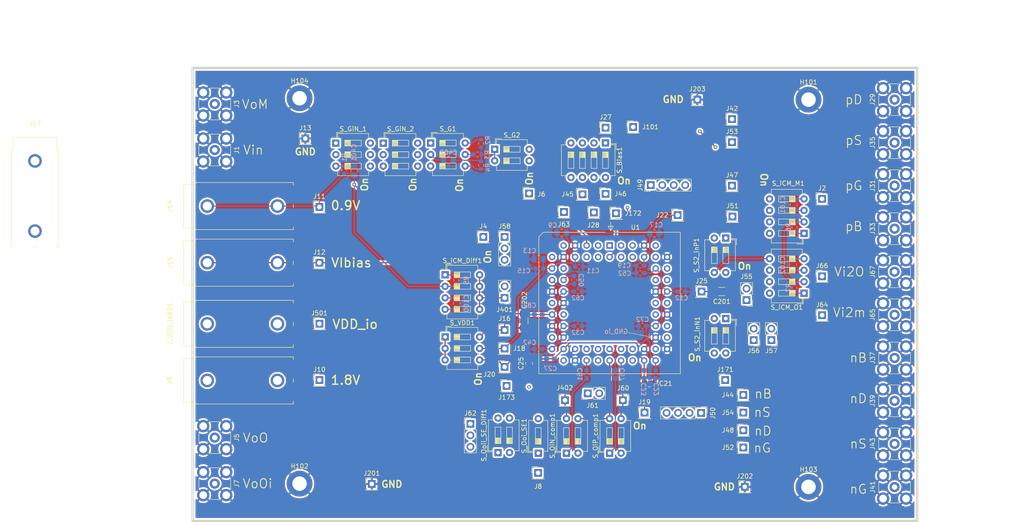
<source format=kicad_pcb>
(kicad_pcb (version 20171130) (host pcbnew 5.1.10-1.fc34)
  (layers (0 F.Cu signal) (1 In1.Cu signal) (2 In2.Cu signal) (31 B.Cu signal) (34 B.Paste user) (35 F.Paste user) (36 B.SilkS user) (37 F.SilkS user) (38 B.Mask user) (39 F.Mask user) (44 Edge.Cuts user))
  (net 0 "")
  (net 1 /VDD_diff)
  (net 2 /Vi2m)
  (net 3 /Vo2d)
  (net 4 /Vi2O)
  (net 5 /Vi1m)
  (net 6 /Vo1d)
  (net 7 /Vi1O)
  (net 8 /VM_diff)
  (net 9 /VDD_io)
  (net 10 /nB)
  (net 11 /VDD_O)
  (net 12 /nD)
  (net 13 /nG)
  (net 14 /nS)
  (net 15 /Vo1O)
  (net 16 /TCc1)
  (net 17 /VoOi)
  (net 18 /VoOii)
  (net 19 /VoO)
  (net 20 /TCc2)
  (net 21 /Vo2O)
  (net 22 "Net-(U1-Pad27)")
  (net 23 /VM_O)
  (net 24 /Vi1d)
  (net 25 /Vo2m)
  (net 26 /T_Cc)
  (net 27 /VoM)
  (net 28 /VDD_M)
  (net 29 "Net-(U1-Pad10)")
  (net 30 "Net-(U1-Pad61)")
  (net 31 "Net-(U1-Pad62)")
  (net 32 /pD)
  (net 33 /pG)
  (net 34 /pB)
  (net 35 /pS)
  (net 36 "Net-(U1-Pad9)")
  (net 37 /VbiasM)
  (net 38 /VIbias)
  (net 39 /VbiasDiff)
  (net 40 /VbiasO)
  (net 41 /Vo1m)
  (net 42 /VM_M)
  (net 43 GND)
  (net 44 "Net-(C51-Pad1)")
  (net 45 "Net-(C57-Pad1)")
  (net 46 "Net-(R4-Pad1)")
  (net 47 "Net-(R3-Pad1)")
  (net 48 "Net-(R2-Pad2)")
  (net 49 /Vin)
  (net 50 /1V8_g)
  (net 51 /0V9_g)
  (net 52 "Net-(C100-Pad1)")
  (net 53 "Net-(R5-Pad1)")
  (net 54 /Vi2d)
  (net 55 "Net-(C101-Pad1)")
  (net 56 "Net-(C102-Pad1)")
  (net 57 "Net-(R6-Pad1)")
  (net 58 "Net-(R7-Pad1)")
  (net 59 /Vbi)
  (net 60 "Net-(C401-Pad1)")
  (net 61 "Net-(C402-Pad2)")
  (net 62 "Net-(C402-Pad1)")
  (module banana:Banana_test_point_4mm (layer F.Cu) (at 29.21 81.28)
    (fp_text reference J17 (at 0 -16) (layer F.SilkS))
    (fp_text value Conn_01x01_Female)
    (pad 1 thru_hole circle (at 0 7.75) (size 3 3) (drill 2) (layers *.Cu *.Mask) (net 43 GND))
    (pad 1 thru_hole circle (at 0 -7.75) (size 3 3) (drill 2) (layers *.Cu *.Mask) (net 43 GND))
  )
  (module Connector_PinHeader_2.54mm:PinHeader_1x01_P2.54mm_Vertical (layer F.Cu) (at 92.0115 109.474)
    (fp_text reference J501 (at 0 -2.33) (layer F.SilkS))
    (fp_text value Conn_01x01)
    (pad 1 thru_hole rect (at 0 0) (size 1.7 1.7) (drill 1) (layers *.Cu *.Mask) (net 9 /VDD_io))
  )
  (module Connector_PinHeader_2.54mm:PinHeader_1x01_P2.54mm_Vertical (layer F.Cu) (at 175.4505 60.0075)
    (fp_text reference J203 (at 0 -2.33) (layer F.SilkS))
    (fp_text value Conn_01x01)
    (pad 1 thru_hole rect (at 0 0) (size 1.7 1.7) (drill 1) (layers *.Cu *.Mask) (net 43 GND))
  )
  (module Connector_PinHeader_2.54mm:PinHeader_1x01_P2.54mm_Vertical (layer F.Cu) (at 185.928 145.4785)
    (fp_text reference J202 (at 0 -2.33) (layer F.SilkS))
    (fp_text value Conn_01x01)
    (pad 1 thru_hole rect (at 0 0) (size 1.7 1.7) (drill 1) (layers *.Cu *.Mask) (net 43 GND))
  )
  (module Connector_PinHeader_2.54mm:PinHeader_1x01_P2.54mm_Vertical (layer F.Cu) (at 103.5685 144.8435)
    (fp_text reference J201 (at 0 -2.33) (layer F.SilkS))
    (fp_text value Conn_01x01)
    (pad 1 thru_hole rect (at 0 0) (size 1.7 1.7) (drill 1) (layers *.Cu *.Mask) (net 43 GND))
  )
  (module Connector_PinHeader_2.54mm:PinHeader_1x01_P2.54mm_Vertical (layer F.Cu) (at 146.2405 126.365)
    (fp_text reference J402 (at -0.0635 -2.7305) (layer F.SilkS))
    (fp_text value Conn_01x01)
    (pad 1 thru_hole rect (at 0 0) (size 1.7 1.7) (drill 1) (layers *.Cu *.Mask) (net 21 /Vo2O))
  )
  (module Connector_PinHeader_2.54mm:PinHeader_1x01_P2.54mm_Vertical (layer F.Cu) (at 159.004 126.365 270)
    (fp_text reference J60 (at -2.667 -0.0635 180) (layer F.SilkS))
    (fp_text value Conn_01x01)
    (pad 1 thru_hole rect (at 0 0 270) (size 1.7 1.7) (drill 1) (layers *.Cu *.Mask) (net 15 /Vo1O))
  )
  (module banana:Banana_test_point_4mm (layer F.Cu) (at 75 109.5 90)
    (fp_text reference J_VDD_io501 (at 0 -16 90) (layer F.SilkS))
    (fp_text value Conn_01x01_Female)
    (pad 1 thru_hole circle (at 0 7.75 90) (size 3 3) (drill 2) (layers *.Cu *.Mask) (net 9 /VDD_io))
    (pad 1 thru_hole circle (at 0 -7.75 90) (size 3 3) (drill 2) (layers *.Cu *.Mask) (net 9 /VDD_io))
  )
  (module Connector_PinHeader_2.54mm:PinHeader_1x01_P2.54mm_Vertical (layer F.Cu) (at 133.35 123.19)
    (fp_text reference J173 (at 0 2.54) (layer F.SilkS))
    (fp_text value Conn_01x01)
    (pad 1 thru_hole rect (at 0 0) (size 1.7 1.7) (drill 1) (layers *.Cu *.Mask) (net 23 /VM_O))
  )
  (module Connector_PinHeader_2.54mm:PinHeader_1x01_P2.54mm_Vertical (layer F.Cu) (at 157.48 85.09)
    (fp_text reference J172 (at 3.81 0) (layer F.SilkS))
    (fp_text value Conn_01x01)
    (pad 1 thru_hole rect (at 0 0) (size 1.7 1.7) (drill 1) (layers *.Cu *.Mask) (net 42 /VM_M))
  )
  (module Connector_PinHeader_2.54mm:PinHeader_1x01_P2.54mm_Vertical (layer F.Cu) (at 181.61 121.92)
    (fp_text reference J171 (at 0 -2.33) (layer F.SilkS))
    (fp_text value Conn_01x01)
    (pad 1 thru_hole rect (at 0 0) (size 1.7 1.7) (drill 1) (layers *.Cu *.Mask) (net 8 /VM_diff))
  )
  (module Connector_PinHeader_2.54mm:PinHeader_1x01_P2.54mm_Vertical (layer F.Cu) (at 161.29 66.04)
    (fp_text reference J101 (at 3.8 0) (layer F.SilkS))
    (fp_text value Conn_01x01)
    (pad 1 thru_hole rect (at 0 0) (size 1.7 1.7) (drill 1) (layers *.Cu *.Mask) (net 41 /Vo1m))
  )
  (module MountingHole:MountingHole_3.2mm_M3_ISO7380_Pad (layer F.Cu) (at 87.63 59.69)
    (fp_text reference H104 (at 0 -3.85) (layer F.SilkS))
    (fp_text value MountingHole_Pad)
    (pad 1 thru_hole circle (at 0 0) (size 5.7 5.7) (drill 3.2) (layers *.Cu *.Mask) (net 43 GND))
  )
  (module MountingHole:MountingHole_3.2mm_M3_ISO7380_Pad (layer F.Cu) (at 200 145.5)
    (fp_text reference H103 (at 0 -3.85) (layer F.SilkS))
    (fp_text value MountingHole_Pad)
    (pad 1 thru_hole circle (at 0 0) (size 5.7 5.7) (drill 3.2) (layers *.Cu *.Mask) (net 43 GND))
  )
  (module MountingHole:MountingHole_3.2mm_M3_ISO7380_Pad (layer F.Cu) (at 87.63 144.78)
    (fp_text reference H102 (at 0 -3.85) (layer F.SilkS))
    (fp_text value MountingHole_Pad)
    (pad 1 thru_hole circle (at 0 0) (size 5.7 5.7) (drill 3.2) (layers *.Cu *.Mask) (net 43 GND))
  )
  (module MountingHole:MountingHole_3.2mm_M3_ISO7380_Pad (layer F.Cu) (at 200 60)
    (fp_text reference H101 (at 0 -3.85) (layer F.SilkS))
    (fp_text value MountingHole_Pad)
    (pad 1 thru_hole circle (at 0 0) (size 5.7 5.7) (drill 3.2) (layers *.Cu *.Mask) (net 43 GND))
  )
  (module Connector_PinHeader_2.54mm:PinHeader_1x01_P2.54mm_Vertical (layer F.Cu) (at 203 99)
    (fp_text reference J66 (at 0 -2.33) (layer F.SilkS))
    (fp_text value Conn_01x01)
    (pad 1 thru_hole rect (at 0 0) (size 1.7 1.7) (drill 1) (layers *.Cu *.Mask) (net 4 /Vi2O))
  )
  (module Connector_PinHeader_2.54mm:PinHeader_1x01_P2.54mm_Vertical (layer F.Cu) (at 203 107.6)
    (fp_text reference J64 (at 0 -2.33) (layer F.SilkS))
    (fp_text value Conn_01x01)
    (pad 1 thru_hole rect (at 0 0) (size 1.7 1.7) (drill 1) (layers *.Cu *.Mask) (net 2 /Vi2m))
  )
  (module Connector_PinHeader_2.54mm:PinHeader_1x01_P2.54mm_Vertical (layer F.Cu) (at 146 84.8)
    (fp_text reference J63 (at 0 2.7) (layer F.SilkS))
    (fp_text value Conn_01x01)
    (pad 1 thru_hole rect (at 0 0) (size 1.7 1.7) (drill 1) (layers *.Cu *.Mask) (net 59 /Vbi))
  )
  (module Connector_PinHeader_2.54mm:PinHeader_1x01_P2.54mm_Vertical (layer F.Cu) (at 185.6 129.1)
    (fp_text reference J54 (at -3.385 0) (layer F.SilkS))
    (fp_text value Conn_01x01)
    (pad 1 thru_hole rect (at 0 0) (size 1.7 1.7) (drill 1) (layers *.Cu *.Mask) (net 14 /nS))
  )
  (module Connector_PinHeader_2.54mm:PinHeader_1x01_P2.54mm_Vertical (layer F.Cu) (at 183.1 69.4)
    (fp_text reference J53 (at 0 -2.33) (layer F.SilkS))
    (fp_text value Conn_01x01)
    (pad 1 thru_hole rect (at 0 0) (size 1.7 1.7) (drill 1) (layers *.Cu *.Mask) (net 35 /pS))
  )
  (module Connector_PinHeader_2.54mm:PinHeader_1x01_P2.54mm_Vertical (layer F.Cu) (at 185.6 136.8)
    (fp_text reference J52 (at -3.385 0) (layer F.SilkS))
    (fp_text value Conn_01x01)
    (pad 1 thru_hole rect (at 0 0) (size 1.7 1.7) (drill 1) (layers *.Cu *.Mask) (net 13 /nG))
  )
  (module Connector_PinHeader_2.54mm:PinHeader_1x01_P2.54mm_Vertical (layer F.Cu) (at 183.2 85.8)
    (fp_text reference J51 (at 0 -2.33) (layer F.SilkS))
    (fp_text value Conn_01x01)
    (pad 1 thru_hole rect (at 0 0) (size 1.7 1.7) (drill 1) (layers *.Cu *.Mask) (net 34 /pB))
  )
  (module Connector_PinHeader_2.54mm:PinHeader_1x01_P2.54mm_Vertical (layer F.Cu) (at 185.6 133)
    (fp_text reference J48 (at -3.385 0) (layer F.SilkS))
    (fp_text value Conn_01x01)
    (pad 1 thru_hole rect (at 0 0) (size 1.7 1.7) (drill 1) (layers *.Cu *.Mask) (net 12 /nD))
  )
  (module Connector_PinHeader_2.54mm:PinHeader_1x01_P2.54mm_Vertical (layer F.Cu) (at 183.1 79)
    (fp_text reference J47 (at 0 -2.33) (layer F.SilkS))
    (fp_text value Conn_01x01)
    (pad 1 thru_hole rect (at 0 0) (size 1.7 1.7) (drill 1) (layers *.Cu *.Mask) (net 33 /pG))
  )
  (module Connector_PinHeader_2.54mm:PinHeader_1x01_P2.54mm_Vertical (layer F.Cu) (at 155.2 80.8)
    (fp_text reference J46 (at 3.3 0) (layer F.SilkS))
    (fp_text value Conn_01x01)
    (pad 1 thru_hole rect (at 0 0) (size 1.7 1.7) (drill 1) (layers *.Cu *.Mask) (net 40 /VbiasO))
  )
  (module Connector_PinHeader_2.54mm:PinHeader_1x01_P2.54mm_Vertical (layer F.Cu) (at 150.1 80.9)
    (fp_text reference J45 (at -3.3 0) (layer F.SilkS))
    (fp_text value Conn_01x01)
    (pad 1 thru_hole rect (at 0 0) (size 1.7 1.7) (drill 1) (layers *.Cu *.Mask) (net 37 /VbiasM))
  )
  (module Connector_PinHeader_2.54mm:PinHeader_1x01_P2.54mm_Vertical (layer F.Cu) (at 185.6 125.2)
    (fp_text reference J44 (at -3.4185 0.022) (layer F.SilkS))
    (fp_text value Conn_01x01)
    (pad 1 thru_hole rect (at 0 0) (size 1.7 1.7) (drill 1) (layers *.Cu *.Mask) (net 10 /nB))
  )
  (module Connector_PinHeader_2.54mm:PinHeader_1x01_P2.54mm_Vertical (layer F.Cu) (at 183.1 64.3)
    (fp_text reference J42 (at 0 -2.33) (layer F.SilkS))
    (fp_text value Conn_01x01)
    (pad 1 thru_hole rect (at 0 0) (size 1.7 1.7) (drill 1) (layers *.Cu *.Mask) (net 32 /pD))
  )
  (module Connector_PinHeader_2.54mm:PinHeader_1x01_P2.54mm_Vertical (layer F.Cu) (at 152.6 84.9)
    (fp_text reference J28 (at -0.1 2.8) (layer F.SilkS))
    (fp_text value Conn_01x01)
    (pad 1 thru_hole rect (at 0 0) (size 1.7 1.7) (drill 1) (layers *.Cu *.Mask) (net 39 /VbiasDiff))
  )
  (module Connector_PinHeader_2.54mm:PinHeader_1x01_P2.54mm_Vertical (layer F.Cu) (at 155.2 66.2)
    (fp_text reference J27 (at 0 -2.33) (layer F.SilkS))
    (fp_text value Conn_01x01)
    (pad 1 thru_hole rect (at 0 0) (size 1.7 1.7) (drill 1) (layers *.Cu *.Mask) (net 38 /VIbias))
  )
  (module Connector_PinHeader_2.54mm:PinHeader_1x01_P2.54mm_Vertical (layer F.Cu) (at 163.8 129.1)
    (fp_text reference J19 (at 0 -2.33) (layer F.SilkS))
    (fp_text value Conn_01x01)
    (pad 1 thru_hole rect (at 0 0) (size 1.7 1.7) (drill 1) (layers *.Cu *.Mask) (net 11 /VDD_O))
  )
  (module Connector_PinHeader_2.54mm:PinHeader_1x01_P2.54mm_Vertical (layer F.Cu) (at 132.9055 114.935)
    (fp_text reference J18 (at 3.2385 0) (layer F.SilkS))
    (fp_text value Conn_01x01)
    (pad 1 thru_hole rect (at 0 0) (size 1.7 1.7) (drill 1) (layers *.Cu *.Mask) (net 28 /VDD_M))
  )
  (module Connector_PinHeader_2.54mm:PinHeader_1x01_P2.54mm_Vertical (layer F.Cu) (at 132.9055 110.871)
    (fp_text reference J16 (at 0 -2.54) (layer F.SilkS))
    (fp_text value Conn_01x01)
    (pad 1 thru_hole rect (at 0 0) (size 1.7 1.7) (drill 1) (layers *.Cu *.Mask) (net 1 /VDD_diff))
  )
  (module Connector_PinHeader_2.54mm:PinHeader_1x01_P2.54mm_Vertical (layer F.Cu) (at 88.9 68.58)
    (fp_text reference J13 (at 0 -2.33) (layer F.SilkS))
    (fp_text value Conn_01x01)
    (pad 1 thru_hole rect (at 0 0) (size 1.7 1.7) (drill 1) (layers *.Cu *.Mask) (net 43 GND))
  )
  (module Connector_PinHeader_2.54mm:PinHeader_1x01_P2.54mm_Vertical (layer F.Cu) (at 92 96.012)
    (fp_text reference J12 (at 0 -2.33) (layer F.SilkS))
    (fp_text value Conn_01x01)
    (pad 1 thru_hole rect (at 0 0) (size 1.7 1.7) (drill 1) (layers *.Cu *.Mask) (net 38 /VIbias))
  )
  (module Connector_PinHeader_2.54mm:PinHeader_1x01_P2.54mm_Vertical (layer F.Cu) (at 92 83.693)
    (fp_text reference J11 (at 0 -2.33) (layer F.SilkS))
    (fp_text value Conn_01x01)
    (pad 1 thru_hole rect (at 0 0) (size 1.7 1.7) (drill 1) (layers *.Cu *.Mask) (net 51 /0V9_g))
  )
  (module Connector_PinHeader_2.54mm:PinHeader_1x01_P2.54mm_Vertical (layer F.Cu) (at 92.0115 121.92)
    (fp_text reference J10 (at 0 -2.33) (layer F.SilkS))
    (fp_text value Conn_01x01)
    (pad 1 thru_hole rect (at 0 0) (size 1.7 1.7) (drill 1) (layers *.Cu *.Mask) (net 50 /1V8_g))
  )
  (module Connector_PinHeader_2.54mm:PinHeader_1x01_P2.54mm_Vertical (layer F.Cu) (at 140.3 142.4)
    (fp_text reference J8 (at 0 3) (layer F.SilkS))
    (fp_text value Conn_01x01)
    (pad 1 thru_hole rect (at 0 0) (size 1.7 1.7) (drill 1) (layers *.Cu *.Mask) (net 17 /VoOi))
  )
  (module Connector_PinHeader_2.54mm:PinHeader_1x01_P2.54mm_Vertical (layer F.Cu) (at 138.3 80.7)
    (fp_text reference J6 (at 2.7335 0.199) (layer F.SilkS))
    (fp_text value Conn_01x01)
    (pad 1 thru_hole rect (at 0 0) (size 1.7 1.7) (drill 1) (layers *.Cu *.Mask) (net 19 /VoO))
  )
  (module Connector_PinHeader_2.54mm:PinHeader_1x01_P2.54mm_Vertical (layer F.Cu) (at 128.2 90.3)
    (fp_text reference J4 (at 0 -2.33) (layer F.SilkS))
    (fp_text value Conn_01x01)
    (pad 1 thru_hole rect (at 0 0) (size 1.7 1.7) (drill 1) (layers *.Cu *.Mask) (net 27 /VoM))
  )
  (module Connector_PinHeader_2.54mm:PinHeader_1x01_P2.54mm_Vertical (layer F.Cu) (at 203 81.9)
    (fp_text reference J2 (at 0 -2.33) (layer F.SilkS))
    (fp_text value Conn_01x01)
    (pad 1 thru_hole rect (at 0 0) (size 1.7 1.7) (drill 1) (layers *.Cu *.Mask) (net 49 /Vin))
  )
  (module Connector_PinHeader_2.54mm:PinHeader_1x02_P2.54mm_Vertical (layer F.Cu) (at 132.9055 103.759 180)
    (fp_text reference J401 (at 0 -2.6035) (layer F.SilkS))
    (fp_text value Conn_01x02)
    (pad 2 thru_hole oval (at 0 2.54 180) (size 1.7 1.7) (drill 1) (layers *.Cu *.Mask) (net 54 /Vi2d))
    (pad 1 thru_hole rect (at 0 0 180) (size 1.7 1.7) (drill 1) (layers *.Cu *.Mask) (net 24 /Vi1d))
  )
  (module Connector_PinHeader_2.54mm:PinHeader_1x03_P2.54mm_Vertical (layer F.Cu) (at 125.349 131.572)
    (fp_text reference J62 (at 0 -2.33) (layer F.SilkS))
    (fp_text value Conn_01x03)
    (pad 3 thru_hole oval (at 0 5.08) (size 1.7 1.7) (drill 1) (layers *.Cu *.Mask) (net 18 /VoOii))
    (pad 2 thru_hole oval (at 0 2.54) (size 1.7 1.7) (drill 1) (layers *.Cu *.Mask) (net 17 /VoOi))
    (pad 1 thru_hole rect (at 0 0) (size 1.7 1.7) (drill 1) (layers *.Cu *.Mask) (net 19 /VoO))
  )
  (module Connector_PinHeader_2.54mm:PinHeader_1x02_P2.54mm_Vertical (layer F.Cu) (at 151.257 124.841 90)
    (fp_text reference J61 (at -2.667 1.0795) (layer F.SilkS))
    (fp_text value Conn_01x02)
    (pad 2 thru_hole oval (at 0 2.54 90) (size 1.7 1.7) (drill 1) (layers *.Cu *.Mask) (net 16 /TCc1))
    (pad 1 thru_hole rect (at 0 0 90) (size 1.7 1.7) (drill 1) (layers *.Cu *.Mask) (net 20 /TCc2))
  )
  (module Connector_PinHeader_2.54mm:PinHeader_1x03_P2.54mm_Vertical (layer F.Cu) (at 132.9 90.3)
    (fp_text reference J58 (at 0 -2.33) (layer F.SilkS))
    (fp_text value Conn_01x03)
    (pad 3 thru_hole oval (at 0 5.08) (size 1.7 1.7) (drill 1) (layers *.Cu *.Mask) (net 26 /T_Cc))
    (pad 2 thru_hole oval (at 0 2.54) (size 1.7 1.7) (drill 1) (layers *.Cu *.Mask) (net 25 /Vo2m))
    (pad 1 thru_hole rect (at 0 0) (size 1.7 1.7) (drill 1) (layers *.Cu *.Mask) (net 27 /VoM))
  )
  (module Connector_PinHeader_2.54mm:PinHeader_1x02_P2.54mm_Vertical (layer F.Cu) (at 191.8 113.1 180)
    (fp_text reference J57 (at 0 -2.33) (layer F.SilkS))
    (fp_text value Conn_01x02)
    (pad 2 thru_hole oval (at 0 2.54 180) (size 1.7 1.7) (drill 1) (layers *.Cu *.Mask) (net 4 /Vi2O))
    (pad 1 thru_hole rect (at 0 0 180) (size 1.7 1.7) (drill 1) (layers *.Cu *.Mask) (net 7 /Vi1O))
  )
  (module Connector_PinHeader_2.54mm:PinHeader_1x02_P2.54mm_Vertical (layer F.Cu) (at 187.9 113.1 180)
    (fp_text reference J56 (at 0 -2.33) (layer F.SilkS))
    (fp_text value Conn_01x02)
    (pad 2 thru_hole oval (at 0 2.54 180) (size 1.7 1.7) (drill 1) (layers *.Cu *.Mask) (net 2 /Vi2m))
    (pad 1 thru_hole rect (at 0 0 180) (size 1.7 1.7) (drill 1) (layers *.Cu *.Mask) (net 5 /Vi1m))
  )
  (module Connector_PinHeader_2.54mm:PinHeader_1x02_P2.54mm_Vertical (layer F.Cu) (at 186.309 104.267 180)
    (fp_text reference J55 (at 0 5.207) (layer F.SilkS))
    (fp_text value Conn_01x02)
    (pad 2 thru_hole oval (at 0 2.54 180) (size 1.7 1.7) (drill 1) (layers *.Cu *.Mask) (net 3 /Vo2d))
    (pad 1 thru_hole rect (at 0 0 180) (size 1.7 1.7) (drill 1) (layers *.Cu *.Mask) (net 6 /Vo1d))
  )
  (module Connector_PinHeader_2.54mm:PinHeader_1x04_P2.54mm_Vertical (layer F.Cu) (at 176.276 129.159 270)
    (fp_text reference J50 (at 0.0635 -2.6035 90) (layer F.SilkS))
    (fp_text value Conn_01x04)
    (pad 4 thru_hole oval (at 0 7.62 270) (size 1.7 1.7) (drill 1) (layers *.Cu *.Mask) (net 13 /nG))
    (pad 3 thru_hole oval (at 0 5.08 270) (size 1.7 1.7) (drill 1) (layers *.Cu *.Mask) (net 12 /nD))
    (pad 2 thru_hole oval (at 0 2.54 270) (size 1.7 1.7) (drill 1) (layers *.Cu *.Mask) (net 10 /nB))
    (pad 1 thru_hole rect (at 0 0 270) (size 1.7 1.7) (drill 1) (layers *.Cu *.Mask) (net 14 /nS))
  )
  (module Connector_PinHeader_2.54mm:PinHeader_1x04_P2.54mm_Vertical (layer F.Cu) (at 165.1635 78.867 90)
    (fp_text reference J49 (at 0 -2.33 90) (layer F.SilkS))
    (fp_text value Conn_01x04)
    (pad 4 thru_hole oval (at 0 7.62 90) (size 1.7 1.7) (drill 1) (layers *.Cu *.Mask) (net 33 /pG))
    (pad 3 thru_hole oval (at 0 5.08 90) (size 1.7 1.7) (drill 1) (layers *.Cu *.Mask) (net 32 /pD))
    (pad 2 thru_hole oval (at 0 2.54 90) (size 1.7 1.7) (drill 1) (layers *.Cu *.Mask) (net 34 /pB))
    (pad 1 thru_hole rect (at 0 0 90) (size 1.7 1.7) (drill 1) (layers *.Cu *.Mask) (net 35 /pS))
  )
  (module Connector_Coaxial:SMB_Jack_Vertical (layer F.Cu) (at 219 98 90)
    (fp_text reference J67 (at 0 -4.85 90) (layer F.SilkS))
    (fp_text value Conn_Coaxial)
    (pad 1 thru_hole circle (at 0 0 90) (size 2.24 2.24) (drill 1.2) (layers *.Cu *.Mask) (net 4 /Vi2O))
    (pad 2 thru_hole circle (at -2.54 -2.54 90) (size 2.74 2.74) (drill 1.7) (layers *.Cu *.Mask) (net 43 GND))
    (pad 2 thru_hole circle (at 2.54 -2.54 90) (size 2.74 2.74) (drill 1.7) (layers *.Cu *.Mask) (net 43 GND))
    (pad 2 thru_hole circle (at 2.54 2.54 90) (size 2.74 2.74) (drill 1.7) (layers *.Cu *.Mask) (net 43 GND))
    (pad 2 thru_hole circle (at -2.54 2.54 90) (size 2.74 2.74) (drill 1.7) (layers *.Cu *.Mask) (net 43 GND))
  )
  (module Connector_Coaxial:SMB_Jack_Vertical (layer F.Cu) (at 219 107.5 90)
    (fp_text reference J65 (at 0 -4.85 90) (layer F.SilkS))
    (fp_text value Conn_Coaxial)
    (pad 1 thru_hole circle (at 0 0 90) (size 2.24 2.24) (drill 1.2) (layers *.Cu *.Mask) (net 2 /Vi2m))
    (pad 2 thru_hole circle (at -2.54 -2.54 90) (size 2.74 2.74) (drill 1.7) (layers *.Cu *.Mask) (net 43 GND))
    (pad 2 thru_hole circle (at 2.54 -2.54 90) (size 2.74 2.74) (drill 1.7) (layers *.Cu *.Mask) (net 43 GND))
    (pad 2 thru_hole circle (at 2.54 2.54 90) (size 2.74 2.74) (drill 1.7) (layers *.Cu *.Mask) (net 43 GND))
    (pad 2 thru_hole circle (at -2.54 2.54 90) (size 2.74 2.74) (drill 1.7) (layers *.Cu *.Mask) (net 43 GND))
  )
  (module Connector_Coaxial:SMB_Jack_Vertical (layer F.Cu) (at 219 136 90)
    (fp_text reference J43 (at 0 -4.85 90) (layer F.SilkS))
    (fp_text value Conn_Coaxial)
    (pad 1 thru_hole circle (at 0 0 90) (size 2.24 2.24) (drill 1.2) (layers *.Cu *.Mask) (net 14 /nS))
    (pad 2 thru_hole circle (at -2.54 -2.54 90) (size 2.74 2.74) (drill 1.7) (layers *.Cu *.Mask) (net 43 GND))
    (pad 2 thru_hole circle (at 2.54 -2.54 90) (size 2.74 2.74) (drill 1.7) (layers *.Cu *.Mask) (net 43 GND))
    (pad 2 thru_hole circle (at 2.54 2.54 90) (size 2.74 2.74) (drill 1.7) (layers *.Cu *.Mask) (net 43 GND))
    (pad 2 thru_hole circle (at -2.54 2.54 90) (size 2.74 2.74) (drill 1.7) (layers *.Cu *.Mask) (net 43 GND))
  )
  (module Connector_Coaxial:SMB_Jack_Vertical (layer F.Cu) (at 219 145.54 90)
    (fp_text reference J41 (at 0 -4.85 90) (layer F.SilkS))
    (fp_text value Conn_Coaxial)
    (pad 1 thru_hole circle (at 0 0 90) (size 2.24 2.24) (drill 1.2) (layers *.Cu *.Mask) (net 13 /nG))
    (pad 2 thru_hole circle (at -2.54 -2.54 90) (size 2.74 2.74) (drill 1.7) (layers *.Cu *.Mask) (net 43 GND))
    (pad 2 thru_hole circle (at 2.54 -2.54 90) (size 2.74 2.74) (drill 1.7) (layers *.Cu *.Mask) (net 43 GND))
    (pad 2 thru_hole circle (at 2.54 2.54 90) (size 2.74 2.74) (drill 1.7) (layers *.Cu *.Mask) (net 43 GND))
    (pad 2 thru_hole circle (at -2.54 2.54 90) (size 2.74 2.74) (drill 1.7) (layers *.Cu *.Mask) (net 43 GND))
  )
  (module Connector_Coaxial:SMB_Jack_Vertical (layer F.Cu) (at 219 69.5 90)
    (fp_text reference J35 (at 0 -4.85 90) (layer F.SilkS))
    (fp_text value Conn_Coaxial)
    (pad 1 thru_hole circle (at 0 0 90) (size 2.24 2.24) (drill 1.2) (layers *.Cu *.Mask) (net 35 /pS))
    (pad 2 thru_hole circle (at -2.54 -2.54 90) (size 2.74 2.74) (drill 1.7) (layers *.Cu *.Mask) (net 43 GND))
    (pad 2 thru_hole circle (at 2.54 -2.54 90) (size 2.74 2.74) (drill 1.7) (layers *.Cu *.Mask) (net 43 GND))
    (pad 2 thru_hole circle (at 2.54 2.54 90) (size 2.74 2.74) (drill 1.7) (layers *.Cu *.Mask) (net 43 GND))
    (pad 2 thru_hole circle (at -2.54 2.54 90) (size 2.74 2.74) (drill 1.7) (layers *.Cu *.Mask) (net 43 GND))
  )
  (module Connector_Coaxial:SMB_Jack_Vertical (layer F.Cu) (at 219 79 90)
    (fp_text reference J31 (at 0 -4.85 90) (layer F.SilkS))
    (fp_text value Conn_Coaxial)
    (pad 1 thru_hole circle (at 0 0 90) (size 2.24 2.24) (drill 1.2) (layers *.Cu *.Mask) (net 33 /pG))
    (pad 2 thru_hole circle (at -2.54 -2.54 90) (size 2.74 2.74) (drill 1.7) (layers *.Cu *.Mask) (net 43 GND))
    (pad 2 thru_hole circle (at 2.54 -2.54 90) (size 2.74 2.74) (drill 1.7) (layers *.Cu *.Mask) (net 43 GND))
    (pad 2 thru_hole circle (at 2.54 2.54 90) (size 2.74 2.74) (drill 1.7) (layers *.Cu *.Mask) (net 43 GND))
    (pad 2 thru_hole circle (at -2.54 2.54 90) (size 2.74 2.74) (drill 1.7) (layers *.Cu *.Mask) (net 43 GND))
  )
  (module Connector_Coaxial:SMB_Jack_Vertical (layer F.Cu) (at 219 60 90)
    (fp_text reference J29 (at 0 -4.85 90) (layer F.SilkS))
    (fp_text value Conn_Coaxial)
    (pad 1 thru_hole circle (at 0 0 90) (size 2.24 2.24) (drill 1.2) (layers *.Cu *.Mask) (net 32 /pD))
    (pad 2 thru_hole circle (at -2.54 -2.54 90) (size 2.74 2.74) (drill 1.7) (layers *.Cu *.Mask) (net 43 GND))
    (pad 2 thru_hole circle (at 2.54 -2.54 90) (size 2.74 2.74) (drill 1.7) (layers *.Cu *.Mask) (net 43 GND))
    (pad 2 thru_hole circle (at 2.54 2.54 90) (size 2.74 2.74) (drill 1.7) (layers *.Cu *.Mask) (net 43 GND))
    (pad 2 thru_hole circle (at -2.54 2.54 90) (size 2.74 2.74) (drill 1.7) (layers *.Cu *.Mask) (net 43 GND))
  )
  (module banana:Banana_test_point_4mm (layer F.Cu) (at 75 96 90)
    (fp_text reference J15 (at 0 -16 90) (layer F.SilkS))
    (fp_text value Conn_01x01_Female)
    (pad 1 thru_hole circle (at 0 7.75 90) (size 3 3) (drill 2) (layers *.Cu *.Mask) (net 38 /VIbias))
    (pad 1 thru_hole circle (at 0 -7.75 90) (size 3 3) (drill 2) (layers *.Cu *.Mask) (net 38 /VIbias))
  )
  (module banana:Banana_test_point_4mm (layer F.Cu) (at 75 83.5 90)
    (fp_text reference J14 (at 0 -16 90) (layer F.SilkS))
    (fp_text value Conn_01x01_Female)
    (pad 1 thru_hole circle (at 0 7.75 90) (size 3 3) (drill 2) (layers *.Cu *.Mask) (net 51 /0V9_g))
    (pad 1 thru_hole circle (at 0 -7.75 90) (size 3 3) (drill 2) (layers *.Cu *.Mask) (net 51 /0V9_g))
  )
  (module banana:Banana_test_point_4mm (layer F.Cu) (at 75 122 90)
    (fp_text reference J9 (at 0 -16 90) (layer F.SilkS))
    (fp_text value Conn_01x01_Female)
    (pad 1 thru_hole circle (at 0 7.75 90) (size 3 3) (drill 2) (layers *.Cu *.Mask) (net 50 /1V8_g))
    (pad 1 thru_hole circle (at 0 -7.75 90) (size 3 3) (drill 2) (layers *.Cu *.Mask) (net 50 /1V8_g))
  )
  (module Connector_Coaxial:SMB_Jack_Vertical (layer F.Cu) (at 68.9 144.78 270)
    (fp_text reference J7 (at 0 -4.85 90) (layer F.SilkS))
    (fp_text value Conn_Coaxial)
    (pad 1 thru_hole circle (at 0 0 270) (size 2.24 2.24) (drill 1.2) (layers *.Cu *.Mask) (net 17 /VoOi))
    (pad 2 thru_hole circle (at -2.54 -2.54 270) (size 2.74 2.74) (drill 1.7) (layers *.Cu *.Mask) (net 43 GND))
    (pad 2 thru_hole circle (at 2.54 -2.54 270) (size 2.74 2.74) (drill 1.7) (layers *.Cu *.Mask) (net 43 GND))
    (pad 2 thru_hole circle (at 2.54 2.54 270) (size 2.74 2.74) (drill 1.7) (layers *.Cu *.Mask) (net 43 GND))
    (pad 2 thru_hole circle (at -2.54 2.54 270) (size 2.74 2.74) (drill 1.7) (layers *.Cu *.Mask) (net 43 GND))
  )
  (module Connector_Coaxial:SMB_Jack_Vertical (layer F.Cu) (at 68.9 134.62 270)
    (fp_text reference J5 (at 0 -4.85 90) (layer F.SilkS))
    (fp_text value Conn_Coaxial)
    (pad 1 thru_hole circle (at 0 0 270) (size 2.24 2.24) (drill 1.2) (layers *.Cu *.Mask) (net 19 /VoO))
    (pad 2 thru_hole circle (at -2.54 -2.54 270) (size 2.74 2.74) (drill 1.7) (layers *.Cu *.Mask) (net 43 GND))
    (pad 2 thru_hole circle (at 2.54 -2.54 270) (size 2.74 2.74) (drill 1.7) (layers *.Cu *.Mask) (net 43 GND))
    (pad 2 thru_hole circle (at 2.54 2.54 270) (size 2.74 2.74) (drill 1.7) (layers *.Cu *.Mask) (net 43 GND))
    (pad 2 thru_hole circle (at -2.54 2.54 270) (size 2.74 2.74) (drill 1.7) (layers *.Cu *.Mask) (net 43 GND))
  )
  (module Connector_Coaxial:SMB_Jack_Vertical (layer F.Cu) (at 68.9 60.96 270)
    (fp_text reference J3 (at 0 -4.85 90) (layer F.SilkS))
    (fp_text value Conn_Coaxial)
    (pad 1 thru_hole circle (at 0 0 270) (size 2.24 2.24) (drill 1.2) (layers *.Cu *.Mask) (net 27 /VoM))
    (pad 2 thru_hole circle (at -2.54 -2.54 270) (size 2.74 2.74) (drill 1.7) (layers *.Cu *.Mask) (net 43 GND))
    (pad 2 thru_hole circle (at 2.54 -2.54 270) (size 2.74 2.74) (drill 1.7) (layers *.Cu *.Mask) (net 43 GND))
    (pad 2 thru_hole circle (at 2.54 2.54 270) (size 2.74 2.74) (drill 1.7) (layers *.Cu *.Mask) (net 43 GND))
    (pad 2 thru_hole circle (at -2.54 2.54 270) (size 2.74 2.74) (drill 1.7) (layers *.Cu *.Mask) (net 43 GND))
  )
  (module Connector_Coaxial:SMB_Jack_Vertical (layer F.Cu) (at 68.9 71.12 270)
    (fp_text reference J1 (at 0 -4.85 90) (layer F.SilkS))
    (fp_text value Conn_Coaxial)
    (pad 1 thru_hole circle (at 0 0 270) (size 2.24 2.24) (drill 1.2) (layers *.Cu *.Mask) (net 49 /Vin))
    (pad 2 thru_hole circle (at -2.54 -2.54 270) (size 2.74 2.74) (drill 1.7) (layers *.Cu *.Mask) (net 43 GND))
    (pad 2 thru_hole circle (at 2.54 -2.54 270) (size 2.74 2.74) (drill 1.7) (layers *.Cu *.Mask) (net 43 GND))
    (pad 2 thru_hole circle (at 2.54 2.54 270) (size 2.74 2.74) (drill 1.7) (layers *.Cu *.Mask) (net 43 GND))
    (pad 2 thru_hole circle (at -2.54 2.54 270) (size 2.74 2.74) (drill 1.7) (layers *.Cu *.Mask) (net 43 GND))
  )
  (module Capacitor_SMD:C_0805_2012Metric_Pad1.18x1.45mm_HandSolder (layer B.Cu) (at 120.524 73.32 180)
    (fp_text reference C402 (at 0 1.68) (layer B.SilkS) (effects (justify mirror)))
    (fp_text value NC)
    (pad 2 smd roundrect (at 1.0375 0 180) (size 1.175 1.45) (layers B.Cu B.Paste B.Mask) (roundrect_rratio 0.212766) (net 61 "Net-(C402-Pad2)"))
    (pad 1 smd roundrect (at -1.0375 0 180) (size 1.175 1.45) (layers B.Cu B.Paste B.Mask) (roundrect_rratio 0.212766) (net 62 "Net-(C402-Pad1)"))
  )
  (module Capacitor_SMD:C_0805_2012Metric_Pad1.18x1.45mm_HandSolder (layer B.Cu) (at 99.7 75.7 270)
    (fp_text reference C401 (at -4.0085 0.0685 270) (layer B.SilkS) (effects (justify mirror)))
    (fp_text value NC)
    (pad 2 smd roundrect (at 1.0375 0 270) (size 1.175 1.45) (layers B.Cu B.Paste B.Mask) (roundrect_rratio 0.212766) (net 51 /0V9_g))
    (pad 1 smd roundrect (at -1.0375 0 270) (size 1.175 1.45) (layers B.Cu B.Paste B.Mask) (roundrect_rratio 0.212766) (net 60 "Net-(C401-Pad1)"))
  )
  (module Capacitor_SMD:C_1206_3216Metric_Pad1.33x1.80mm_HandSolder (layer F.Cu) (at 137.16 108.839 270)
    (fp_text reference C202 (at -4.572 -0.127 90) (layer F.SilkS))
    (fp_text value 10uF)
    (pad 2 smd roundrect (at 1.5625 0 270) (size 1.325 1.8) (layers F.Cu F.Paste F.Mask) (roundrect_rratio 0.188679) (net 43 GND))
    (pad 1 smd roundrect (at -1.5625 0 270) (size 1.325 1.8) (layers F.Cu F.Paste F.Mask) (roundrect_rratio 0.188679) (net 1 /VDD_diff))
  )
  (module Capacitor_SMD:C_1206_3216Metric_Pad1.33x1.80mm_HandSolder (layer F.Cu) (at 180.848 102.362)
    (fp_text reference C201 (at 0 2.2225) (layer F.SilkS))
    (fp_text value 10uF)
    (pad 2 smd roundrect (at 1.5625 0) (size 1.325 1.8) (layers F.Cu F.Paste F.Mask) (roundrect_rratio 0.188679) (net 43 GND))
    (pad 1 smd roundrect (at -1.5625 0) (size 1.325 1.8) (layers F.Cu F.Paste F.Mask) (roundrect_rratio 0.188679) (net 1 /VDD_diff))
  )
  (module Capacitor_SMD:C_0805_2012Metric_Pad1.18x1.45mm_HandSolder (layer B.Cu) (at 196.6 96.4 90)
    (fp_text reference C102 (at -0.12 -2.29 270) (layer B.SilkS) (effects (justify mirror)))
    (fp_text value 1u)
    (pad 2 smd roundrect (at 1.0375 0 90) (size 1.175 1.45) (layers B.Cu B.Paste B.Mask) (roundrect_rratio 0.212766) (net 49 /Vin))
    (pad 1 smd roundrect (at -1.0375 0 90) (size 1.175 1.45) (layers B.Cu B.Paste B.Mask) (roundrect_rratio 0.212766) (net 56 "Net-(C102-Pad1)"))
  )
  (module Capacitor_SMD:C_0805_2012Metric_Pad1.18x1.45mm_HandSolder (layer B.Cu) (at 196.7 83.2 90)
    (fp_text reference C101 (at 0 -2.39 90) (layer B.SilkS) (effects (justify mirror)))
    (fp_text value 1u)
    (pad 2 smd roundrect (at 1.0375 0 90) (size 1.175 1.45) (layers B.Cu B.Paste B.Mask) (roundrect_rratio 0.212766) (net 49 /Vin))
    (pad 1 smd roundrect (at -1.0375 0 90) (size 1.175 1.45) (layers B.Cu B.Paste B.Mask) (roundrect_rratio 0.212766) (net 55 "Net-(C101-Pad1)"))
  )
  (module Capacitor_SMD:C_0805_2012Metric_Pad1.18x1.45mm_HandSolder (layer B.Cu) (at 122.3 105 270)
    (fp_text reference C100 (at 0 -2.16 270) (layer B.SilkS) (effects (justify mirror)))
    (fp_text value 1u)
    (pad 2 smd roundrect (at 1.0375 0 270) (size 1.175 1.45) (layers B.Cu B.Paste B.Mask) (roundrect_rratio 0.212766) (net 49 /Vin))
    (pad 1 smd roundrect (at -1.0375 0 270) (size 1.175 1.45) (layers B.Cu B.Paste B.Mask) (roundrect_rratio 0.212766) (net 52 "Net-(C100-Pad1)"))
  )
  (module Capacitor_SMD:C_0603_1608Metric_Pad1.08x0.95mm_HandSolder (layer B.Cu) (at 140.335 107.442 180)
    (fp_text reference C82 (at 1.905 2.032) (layer B.SilkS) (effects (justify mirror)))
    (fp_text value 10n)
    (pad 2 smd roundrect (at 0.8625 0 180) (size 1.075 0.95) (layers B.Cu B.Paste B.Mask) (net 43 GND))
    (pad 1 smd roundrect (at -0.8625 0 180) (size 1.075 0.95) (layers B.Cu B.Paste B.Mask) (net 1 /VDD_diff))
  )
  (module Capacitor_SMD:C_0603_1608Metric_Pad1.08x0.95mm_HandSolder (layer B.Cu) (at 163.322 109.982 180)
    (fp_text reference C72 (at 0 1.43) (layer B.SilkS) (effects (justify mirror)))
    (fp_text value 10n)
    (pad 2 smd roundrect (at 0.8625 0 180) (size 1.075 0.95) (layers B.Cu B.Paste B.Mask) (net 43 GND))
    (pad 1 smd roundrect (at -0.8625 0 180) (size 1.075 0.95) (layers B.Cu B.Paste B.Mask) (net 1 /VDD_diff))
  )
  (module Capacitor_SMD:C_0603_1608Metric_Pad1.08x0.95mm_HandSolder (layer B.Cu) (at 149.098 102.362)
    (fp_text reference C62 (at 0 1.43) (layer B.SilkS) (effects (justify mirror)))
    (fp_text value 10n)
    (pad 2 smd roundrect (at 0.8625 0) (size 1.075 0.95) (layers B.Cu B.Paste B.Mask) (net 43 GND))
    (pad 1 smd roundrect (at -0.8625 0) (size 1.075 0.95) (layers B.Cu B.Paste B.Mask) (net 1 /VDD_diff))
  )
  (module Capacitor_SMD:C_0603_1608Metric_Pad1.08x0.95mm_HandSolder (layer B.Cu) (at 157.353 120.65 90)
    (fp_text reference C57 (at 0 1.524 270) (layer B.SilkS) (effects (justify mirror)))
    (fp_text value 1n)
    (pad 2 smd roundrect (at 0.8625 0 90) (size 1.075 0.95) (layers B.Cu B.Paste B.Mask) (net 16 /TCc1))
    (pad 1 smd roundrect (at -0.8625 0 90) (size 1.075 0.95) (layers B.Cu B.Paste B.Mask) (net 45 "Net-(C57-Pad1)"))
  )
  (module Capacitor_SMD:C_0603_1608Metric_Pad1.08x0.95mm_HandSolder (layer B.Cu) (at 162.814 98.298 180)
    (fp_text reference C52 (at 3.429 -0.0635) (layer B.SilkS) (effects (justify mirror)))
    (fp_text value 10n)
    (pad 2 smd roundrect (at 0.8625 0 180) (size 1.075 0.95) (layers B.Cu B.Paste B.Mask) (net 43 GND))
    (pad 1 smd roundrect (at -0.8625 0 180) (size 1.075 0.95) (layers B.Cu B.Paste B.Mask) (net 1 /VDD_diff))
  )
  (module Capacitor_SMD:C_0603_1608Metric_Pad1.08x0.95mm_HandSolder (layer B.Cu) (at 151.003 120.65 90)
    (fp_text reference C51 (at 0 -1.4605 270) (layer B.SilkS) (effects (justify mirror)))
    (fp_text value 1n)
    (pad 2 smd roundrect (at 0.8625 0 90) (size 1.075 0.95) (layers B.Cu B.Paste B.Mask) (net 20 /TCc2))
    (pad 1 smd roundrect (at -0.8625 0 90) (size 1.075 0.95) (layers B.Cu B.Paste B.Mask) (net 44 "Net-(C51-Pad1)"))
  )
  (module Capacitor_SMD:C_0603_1608Metric_Pad1.08x0.95mm_HandSolder (layer B.Cu) (at 148.209 99.822 270)
    (fp_text reference C50 (at 0 -1.651 270) (layer B.SilkS) (effects (justify mirror)))
    (fp_text value 1n)
    (pad 2 smd roundrect (at 0.8625 0 270) (size 1.075 0.95) (layers B.Cu B.Paste B.Mask) (net 26 /T_Cc))
    (pad 1 smd roundrect (at -0.8625 0 270) (size 1.075 0.95) (layers B.Cu B.Paste B.Mask) (net 25 /Vo2m))
  )
  (module Capacitor_SMD:C_0603_1608Metric_Pad1.08x0.95mm_HandSolder (layer B.Cu) (at 140.335 115.062 180)
    (fp_text reference C42 (at 1.905 1.43) (layer B.SilkS) (effects (justify mirror)))
    (fp_text value 10n)
    (pad 2 smd roundrect (at 0.8625 0 180) (size 1.075 0.95) (layers B.Cu B.Paste B.Mask) (net 43 GND))
    (pad 1 smd roundrect (at -0.8625 0 180) (size 1.075 0.95) (layers B.Cu B.Paste B.Mask) (net 1 /VDD_diff))
  )
  (module Capacitor_SMD:C_0603_1608Metric_Pad1.08x0.95mm_HandSolder (layer B.Cu) (at 149.098 109.982)
    (fp_text reference C32 (at 0 1.43) (layer B.SilkS) (effects (justify mirror)))
    (fp_text value 10n)
    (pad 2 smd roundrect (at 0.8625 0) (size 1.075 0.95) (layers B.Cu B.Paste B.Mask) (net 43 GND))
    (pad 1 smd roundrect (at -0.8625 0) (size 1.075 0.95) (layers B.Cu B.Paste B.Mask) (net 1 /VDD_diff))
  )
  (module Capacitor_SMD:C_0603_1608Metric_Pad1.08x0.95mm_HandSolder (layer B.Cu) (at 143.002 117.221 180)
    (fp_text reference C27 (at 0 -2.159) (layer B.SilkS) (effects (justify mirror)))
    (fp_text value 10n)
    (pad 2 smd roundrect (at 0.8625 0 180) (size 1.075 0.95) (layers B.Cu B.Paste B.Mask) (net 43 GND))
    (pad 1 smd roundrect (at -0.8625 0 180) (size 1.075 0.95) (layers B.Cu B.Paste B.Mask) (net 11 /VDD_O))
  )
  (module Capacitor_SMD:C_0805_2012Metric_Pad1.18x1.45mm_HandSolder (layer F.Cu) (at 138.303 118.237 270)
    (fp_text reference C25 (at 0 1.778 90) (layer F.SilkS))
    (fp_text value 1u)
    (pad 2 smd roundrect (at 1.0375 0 270) (size 1.175 1.45) (layers F.Cu F.Paste F.Mask) (roundrect_rratio 0.212766) (net 43 GND))
    (pad 1 smd roundrect (at -1.0375 0 270) (size 1.175 1.45) (layers F.Cu F.Paste F.Mask) (roundrect_rratio 0.212766) (net 11 /VDD_O))
  )
  (module Capacitor_SMD:C_0603_1608Metric_Pad1.08x0.95mm_HandSolder (layer B.Cu) (at 163.703 120.65 270)
    (fp_text reference C23 (at 3.302 0.0635 90) (layer B.SilkS) (effects (justify mirror)))
    (fp_text value 10n)
    (pad 2 smd roundrect (at 0.8625 0 270) (size 1.075 0.95) (layers B.Cu B.Paste B.Mask) (net 43 GND))
    (pad 1 smd roundrect (at -0.8625 0 270) (size 1.075 0.95) (layers B.Cu B.Paste B.Mask) (net 11 /VDD_O))
  )
  (module Capacitor_SMD:C_0603_1608Metric_Pad1.08x0.95mm_HandSolder (layer B.Cu) (at 166.243 120.65 270)
    (fp_text reference C22 (at 3.302 -0.1905 270) (layer B.SilkS) (effects (justify mirror)))
    (fp_text value 10n)
    (pad 2 smd roundrect (at 0.8625 0 270) (size 1.075 0.95) (layers B.Cu B.Paste B.Mask) (net 43 GND))
    (pad 1 smd roundrect (at -0.8625 0 270) (size 1.075 0.95) (layers B.Cu B.Paste B.Mask) (net 1 /VDD_diff))
  )
  (module Capacitor_SMD:C_0805_2012Metric_Pad1.18x1.45mm_HandSolder (layer F.Cu) (at 164.846 122.682)
    (fp_text reference C21 (at 3.6195 0) (layer F.SilkS))
    (fp_text value 1u)
    (pad 2 smd roundrect (at 1.0375 0) (size 1.175 1.45) (layers F.Cu F.Paste F.Mask) (roundrect_rratio 0.212766) (net 43 GND))
    (pad 1 smd roundrect (at -1.0375 0) (size 1.175 1.45) (layers F.Cu F.Paste F.Mask) (roundrect_rratio 0.212766) (net 11 /VDD_O))
  )
  (module Capacitor_SMD:C_0603_1608Metric_Pad1.08x0.95mm_HandSolder (layer B.Cu) (at 162.814 96.647 180)
    (fp_text reference C19 (at 3.4925 0.0635) (layer B.SilkS) (effects (justify mirror)))
    (fp_text value 10n)
    (pad 2 smd roundrect (at 0.8625 0 180) (size 1.075 0.95) (layers B.Cu B.Paste B.Mask) (net 43 GND))
    (pad 1 smd roundrect (at -0.8625 0 180) (size 1.075 0.95) (layers B.Cu B.Paste B.Mask) (net 28 /VDD_M))
  )
  (module Capacitor_SMD:C_0805_2012Metric_Pad1.18x1.45mm_HandSolder (layer B.Cu) (at 165.989 89.535)
    (fp_text reference C17 (at 0.381 -1.905) (layer B.SilkS) (effects (justify mirror)))
    (fp_text value 1u)
    (pad 2 smd roundrect (at 1.0375 0) (size 1.175 1.45) (layers B.Cu B.Paste B.Mask) (roundrect_rratio 0.212766) (net 43 GND))
    (pad 1 smd roundrect (at -1.0375 0) (size 1.175 1.45) (layers B.Cu B.Paste B.Mask) (roundrect_rratio 0.212766) (net 28 /VDD_M))
  )
  (module Capacitor_SMD:C_0603_1608Metric_Pad1.08x0.95mm_HandSolder (layer B.Cu) (at 140.589 97.282 180)
    (fp_text reference C15 (at 3.429 -0.508) (layer B.SilkS) (effects (justify mirror)))
    (fp_text value 10n)
    (pad 2 smd roundrect (at 0.8625 0 180) (size 1.075 0.95) (layers B.Cu B.Paste B.Mask) (net 43 GND))
    (pad 1 smd roundrect (at -0.8625 0 180) (size 1.075 0.95) (layers B.Cu B.Paste B.Mask) (net 28 /VDD_M))
  )
  (module Capacitor_SMD:C_0805_2012Metric_Pad1.18x1.45mm_HandSolder (layer B.Cu) (at 140.4 95.2 180)
    (fp_text reference C13 (at 1.97 1.8415 180) (layer B.SilkS) (effects (justify mirror)))
    (fp_text value 1u)
    (pad 2 smd roundrect (at 1.0375 0 180) (size 1.175 1.45) (layers B.Cu B.Paste B.Mask) (roundrect_rratio 0.212766) (net 43 GND))
    (pad 1 smd roundrect (at -1.0375 0 180) (size 1.175 1.45) (layers B.Cu B.Paste B.Mask) (roundrect_rratio 0.212766) (net 28 /VDD_M))
  )
  (module Capacitor_SMD:C_0603_1608Metric_Pad1.08x0.95mm_HandSolder (layer B.Cu) (at 171.958 102.362)
    (fp_text reference C12 (at 0 1.43) (layer B.SilkS) (effects (justify mirror)))
    (fp_text value 10n)
    (pad 2 smd roundrect (at 0.8625 0) (size 1.075 0.95) (layers B.Cu B.Paste B.Mask) (net 43 GND))
    (pad 1 smd roundrect (at -0.8625 0) (size 1.075 0.95) (layers B.Cu B.Paste B.Mask) (net 1 /VDD_diff))
  )
  (module Capacitor_SMD:C_0603_1608Metric_Pad1.08x0.95mm_HandSolder (layer B.Cu) (at 149.352 96.901)
    (fp_text reference C11 (at 3.048 0.889) (layer B.SilkS) (effects (justify mirror)))
    (fp_text value 10n)
    (pad 2 smd roundrect (at 0.8625 0) (size 1.075 0.95) (layers B.Cu B.Paste B.Mask) (net 43 GND))
    (pad 1 smd roundrect (at -0.8625 0) (size 1.075 0.95) (layers B.Cu B.Paste B.Mask) (net 28 /VDD_M))
  )
  (module Capacitor_SMD:C_0805_2012Metric_Pad1.18x1.45mm_HandSolder (layer B.Cu) (at 145.5 89.4 180)
    (fp_text reference C9 (at 1.99 1.68) (layer B.SilkS) (effects (justify mirror)))
    (fp_text value 1u)
    (pad 2 smd roundrect (at 1.0375 0 180) (size 1.175 1.45) (layers B.Cu B.Paste B.Mask) (roundrect_rratio 0.212766) (net 43 GND))
    (pad 1 smd roundrect (at -1.0375 0 180) (size 1.175 1.45) (layers B.Cu B.Paste B.Mask) (roundrect_rratio 0.212766) (net 28 /VDD_M))
  )
  (module Button_Switch_THT:SW_DIP_SPSTx04_Slide_6.7x11.72mm_W7.62mm_P2.54mm_LowProfile (layer F.Cu) (at 199.009 102.743 180)
    (fp_text reference S_iCM_O1 (at 3.81 -3.11) (layer F.SilkS))
    (fp_text value SW_DIP_x04)
    (pad 8 thru_hole oval (at 7.62 0 180) (size 1.6 1.6) (drill 0.8) (layers *.Cu *.Mask) (net 4 /Vi2O))
    (pad 4 thru_hole oval (at 0 7.62 180) (size 1.6 1.6) (drill 0.8) (layers *.Cu *.Mask) (net 49 /Vin))
    (pad 7 thru_hole oval (at 7.62 2.54 180) (size 1.6 1.6) (drill 0.8) (layers *.Cu *.Mask) (net 4 /Vi2O))
    (pad 3 thru_hole oval (at 0 5.08 180) (size 1.6 1.6) (drill 0.8) (layers *.Cu *.Mask) (net 56 "Net-(C102-Pad1)"))
    (pad 6 thru_hole oval (at 7.62 5.08 180) (size 1.6 1.6) (drill 0.8) (layers *.Cu *.Mask) (net 4 /Vi2O))
    (pad 2 thru_hole oval (at 0 2.54 180) (size 1.6 1.6) (drill 0.8) (layers *.Cu *.Mask) (net 51 /0V9_g))
    (pad 5 thru_hole oval (at 7.62 7.62 180) (size 1.6 1.6) (drill 0.8) (layers *.Cu *.Mask) (net 4 /Vi2O))
    (pad 1 thru_hole rect (at 0 0 180) (size 1.6 1.6) (drill 0.8) (layers *.Cu *.Mask) (net 58 "Net-(R7-Pad1)"))
  )
  (module Button_Switch_THT:SW_DIP_SPSTx04_Slide_6.7x11.72mm_W7.62mm_P2.54mm_LowProfile (layer F.Cu) (at 199.009 89.535 180)
    (fp_text reference S_iCM_M1 (at 3.4925 11.049) (layer F.SilkS))
    (fp_text value SW_DIP_x04)
    (pad 8 thru_hole oval (at 7.62 0 180) (size 1.6 1.6) (drill 0.8) (layers *.Cu *.Mask) (net 2 /Vi2m))
    (pad 4 thru_hole oval (at 0 7.62 180) (size 1.6 1.6) (drill 0.8) (layers *.Cu *.Mask) (net 49 /Vin))
    (pad 7 thru_hole oval (at 7.62 2.54 180) (size 1.6 1.6) (drill 0.8) (layers *.Cu *.Mask) (net 2 /Vi2m))
    (pad 3 thru_hole oval (at 0 5.08 180) (size 1.6 1.6) (drill 0.8) (layers *.Cu *.Mask) (net 55 "Net-(C101-Pad1)"))
    (pad 6 thru_hole oval (at 7.62 5.08 180) (size 1.6 1.6) (drill 0.8) (layers *.Cu *.Mask) (net 2 /Vi2m))
    (pad 2 thru_hole oval (at 0 2.54 180) (size 1.6 1.6) (drill 0.8) (layers *.Cu *.Mask) (net 51 /0V9_g))
    (pad 5 thru_hole oval (at 7.62 7.62 180) (size 1.6 1.6) (drill 0.8) (layers *.Cu *.Mask) (net 2 /Vi2m))
    (pad 1 thru_hole rect (at 0 0 180) (size 1.6 1.6) (drill 0.8) (layers *.Cu *.Mask) (net 57 "Net-(R6-Pad1)"))
  )
  (module Button_Switch_THT:SW_DIP_SPSTx04_Slide_6.7x11.72mm_W7.62mm_P2.54mm_LowProfile (layer F.Cu) (at 119.761 98.679)
    (fp_text reference S_iCM_Diff1 (at 3.81 -3.11) (layer F.SilkS))
    (fp_text value SW_DIP_x04)
    (pad 8 thru_hole oval (at 7.62 0) (size 1.6 1.6) (drill 0.8) (layers *.Cu *.Mask) (net 24 /Vi1d))
    (pad 4 thru_hole oval (at 0 7.62) (size 1.6 1.6) (drill 0.8) (layers *.Cu *.Mask) (net 49 /Vin))
    (pad 7 thru_hole oval (at 7.62 2.54) (size 1.6 1.6) (drill 0.8) (layers *.Cu *.Mask) (net 24 /Vi1d))
    (pad 3 thru_hole oval (at 0 5.08) (size 1.6 1.6) (drill 0.8) (layers *.Cu *.Mask) (net 52 "Net-(C100-Pad1)"))
    (pad 6 thru_hole oval (at 7.62 5.08) (size 1.6 1.6) (drill 0.8) (layers *.Cu *.Mask) (net 24 /Vi1d))
    (pad 2 thru_hole oval (at 0 2.54) (size 1.6 1.6) (drill 0.8) (layers *.Cu *.Mask) (net 51 /0V9_g))
    (pad 5 thru_hole oval (at 7.62 7.62) (size 1.6 1.6) (drill 0.8) (layers *.Cu *.Mask) (net 24 /Vi1d))
    (pad 1 thru_hole rect (at 0 0) (size 1.6 1.6) (drill 0.8) (layers *.Cu *.Mask) (net 53 "Net-(R5-Pad1)"))
  )
  (module Resistor_SMD:R_0603_1608Metric (layer B.Cu) (at 196.9 101.5 90)
    (fp_text reference R7 (at 0 -1.32 270) (layer B.SilkS) (effects (justify mirror)))
    (fp_text value 50k)
    (pad 2 smd roundrect (at 0.825 0 90) (size 0.8 0.95) (layers B.Cu B.Paste B.Mask) (net 51 /0V9_g))
    (pad 1 smd roundrect (at -0.825 0 90) (size 0.8 0.95) (layers B.Cu B.Paste B.Mask) (net 58 "Net-(R7-Pad1)"))
  )
  (module Resistor_SMD:R_0603_1608Metric (layer B.Cu) (at 196.9 88.2 90)
    (fp_text reference R6 (at 0 -1.32 90) (layer B.SilkS) (effects (justify mirror)))
    (fp_text value 50k)
    (pad 2 smd roundrect (at 0.825 0 90) (size 0.8 0.95) (layers B.Cu B.Paste B.Mask) (net 51 /0V9_g))
    (pad 1 smd roundrect (at -0.825 0 90) (size 0.8 0.95) (layers B.Cu B.Paste B.Mask) (net 57 "Net-(R6-Pad1)"))
  )
  (module Resistor_SMD:R_0603_1608Metric (layer B.Cu) (at 122.2 99.9 270)
    (fp_text reference R5 (at 0 -2.26 270) (layer B.SilkS) (effects (justify mirror)))
    (fp_text value 50k)
    (pad 2 smd roundrect (at 0.825 0 270) (size 0.8 0.95) (layers B.Cu B.Paste B.Mask) (net 51 /0V9_g))
    (pad 1 smd roundrect (at -0.825 0 270) (size 0.8 0.95) (layers B.Cu B.Paste B.Mask) (net 53 "Net-(R5-Pad1)"))
  )
  (module Package_LCC:PLCC-68_THT-Socket (layer F.Cu) (at 156.083 92.202)
    (fp_text reference U1 (at 5.715 -4.0005) (layer F.SilkS))
    (fp_text value PART1p68)
    (pad 60 thru_hole circle (at 12.7 2.54) (size 1.4224 1.4224) (drill 0.8) (layers *.Cu *.Mask) (net 43 GND))
    (pad 58 thru_hole circle (at 12.7 5.08) (size 1.4224 1.4224) (drill 0.8) (layers *.Cu *.Mask) (net 2 /Vi2m))
    (pad 56 thru_hole circle (at 12.7 7.62) (size 1.4224 1.4224) (drill 0.8) (layers *.Cu *.Mask) (net 4 /Vi2O))
    (pad 54 thru_hole circle (at 12.7 10.16) (size 1.4224 1.4224) (drill 0.8) (layers *.Cu *.Mask) (net 1 /VDD_diff))
    (pad 52 thru_hole circle (at 12.7 12.7) (size 1.4224 1.4224) (drill 0.8) (layers *.Cu *.Mask) (net 6 /Vo1d))
    (pad 50 thru_hole circle (at 12.7 15.24) (size 1.4224 1.4224) (drill 0.8) (layers *.Cu *.Mask) (net 43 GND))
    (pad 48 thru_hole circle (at 12.7 17.78) (size 1.4224 1.4224) (drill 0.8) (layers *.Cu *.Mask) (net 8 /VM_diff))
    (pad 46 thru_hole circle (at 12.7 20.32) (size 1.4224 1.4224) (drill 0.8) (layers *.Cu *.Mask) (net 9 /VDD_io))
    (pad 61 thru_hole circle (at 10.16 0) (size 1.4224 1.4224) (drill 0.8) (layers *.Cu *.Mask) (net 30 "Net-(U1-Pad61)"))
    (pad 59 thru_hole circle (at 10.16 5.08) (size 1.4224 1.4224) (drill 0.8) (layers *.Cu *.Mask) (net 1 /VDD_diff))
    (pad 57 thru_hole circle (at 10.16 7.62) (size 1.4224 1.4224) (drill 0.8) (layers *.Cu *.Mask) (net 3 /Vo2d))
    (pad 55 thru_hole circle (at 10.16 10.16) (size 1.4224 1.4224) (drill 0.8) (layers *.Cu *.Mask) (net 43 GND))
    (pad 53 thru_hole circle (at 10.16 12.7) (size 1.4224 1.4224) (drill 0.8) (layers *.Cu *.Mask) (net 5 /Vi1m))
    (pad 51 thru_hole circle (at 10.16 15.24) (size 1.4224 1.4224) (drill 0.8) (layers *.Cu *.Mask) (net 7 /Vi1O))
    (pad 49 thru_hole circle (at 10.16 17.78) (size 1.4224 1.4224) (drill 0.8) (layers *.Cu *.Mask) (net 1 /VDD_diff))
    (pad 47 thru_hole circle (at 10.16 20.32) (size 1.4224 1.4224) (drill 0.8) (layers *.Cu *.Mask) (net 43 GND))
    (pad 45 thru_hole circle (at 10.16 22.86) (size 1.4224 1.4224) (drill 0.8) (layers *.Cu *.Mask) (net 10 /nB))
    (pad 43 thru_hole circle (at 10.16 25.4) (size 1.4224 1.4224) (drill 0.8) (layers *.Cu *.Mask) (net 1 /VDD_diff))
    (pad 41 thru_hole circle (at 7.62 25.4) (size 1.4224 1.4224) (drill 0.8) (layers *.Cu *.Mask) (net 11 /VDD_O))
    (pad 39 thru_hole circle (at 5.08 25.4) (size 1.4224 1.4224) (drill 0.8) (layers *.Cu *.Mask) (net 13 /nG))
    (pad 37 thru_hole circle (at 2.54 25.4) (size 1.4224 1.4224) (drill 0.8) (layers *.Cu *.Mask) (net 15 /Vo1O))
    (pad 35 thru_hole circle (at 0 25.4) (size 1.4224 1.4224) (drill 0.8) (layers *.Cu *.Mask) (net 59 /Vbi))
    (pad 33 thru_hole circle (at -2.54 25.4) (size 1.4224 1.4224) (drill 0.8) (layers *.Cu *.Mask) (net 18 /VoOii))
    (pad 31 thru_hole circle (at -5.08 25.4) (size 1.4224 1.4224) (drill 0.8) (layers *.Cu *.Mask) (net 20 /TCc2))
    (pad 29 thru_hole circle (at -7.62 25.4) (size 1.4224 1.4224) (drill 0.8) (layers *.Cu *.Mask) (net 43 GND))
    (pad 27 thru_hole circle (at -10.16 25.4) (size 1.4224 1.4224) (drill 0.8) (layers *.Cu *.Mask) (net 22 "Net-(U1-Pad27)"))
    (pad 44 thru_hole circle (at 12.7 22.86) (size 1.4224 1.4224) (drill 0.8) (layers *.Cu *.Mask) (net 43 GND))
    (pad 42 thru_hole circle (at 7.62 22.86) (size 1.4224 1.4224) (drill 0.8) (layers *.Cu *.Mask) (net 43 GND))
    (pad 40 thru_hole circle (at 5.08 22.86) (size 1.4224 1.4224) (drill 0.8) (layers *.Cu *.Mask) (net 12 /nD))
    (pad 38 thru_hole circle (at 2.54 22.86) (size 1.4224 1.4224) (drill 0.8) (layers *.Cu *.Mask) (net 14 /nS))
    (pad 36 thru_hole circle (at 0 22.86) (size 1.4224 1.4224) (drill 0.8) (layers *.Cu *.Mask) (net 16 /TCc1))
    (pad 34 thru_hole circle (at -2.54 22.86) (size 1.4224 1.4224) (drill 0.8) (layers *.Cu *.Mask) (net 17 /VoOi))
    (pad 32 thru_hole circle (at -5.08 22.86) (size 1.4224 1.4224) (drill 0.8) (layers *.Cu *.Mask) (net 19 /VoO))
    (pad 30 thru_hole circle (at -7.62 22.86) (size 1.4224 1.4224) (drill 0.8) (layers *.Cu *.Mask) (net 21 /Vo2O))
    (pad 28 thru_hole circle (at -10.16 22.86) (size 1.4224 1.4224) (drill 0.8) (layers *.Cu *.Mask) (net 11 /VDD_O))
    (pad 26 thru_hole circle (at -12.7 22.86) (size 1.4224 1.4224) (drill 0.8) (layers *.Cu *.Mask) (net 1 /VDD_diff))
    (pad 24 thru_hole circle (at -12.7 20.32) (size 1.4224 1.4224) (drill 0.8) (layers *.Cu *.Mask) (net 23 /VM_O))
    (pad 22 thru_hole circle (at -12.7 17.78) (size 1.4224 1.4224) (drill 0.8) (layers *.Cu *.Mask) (net 43 GND))
    (pad 20 thru_hole circle (at -12.7 15.24) (size 1.4224 1.4224) (drill 0.8) (layers *.Cu *.Mask) (net 1 /VDD_diff))
    (pad 18 thru_hole circle (at -12.7 12.7) (size 1.4224 1.4224) (drill 0.8) (layers *.Cu *.Mask) (net 54 /Vi2d))
    (pad 16 thru_hole circle (at -12.7 10.16) (size 1.4224 1.4224) (drill 0.8) (layers *.Cu *.Mask) (net 43 GND))
    (pad 14 thru_hole circle (at -12.7 7.62) (size 1.4224 1.4224) (drill 0.8) (layers *.Cu *.Mask) (net 26 /T_Cc))
    (pad 12 thru_hole circle (at -12.7 5.08) (size 1.4224 1.4224) (drill 0.8) (layers *.Cu *.Mask) (net 28 /VDD_M))
    (pad 10 thru_hole circle (at -12.7 2.54) (size 1.4224 1.4224) (drill 0.8) (layers *.Cu *.Mask) (net 29 "Net-(U1-Pad10)"))
    (pad 25 thru_hole circle (at -10.16 20.32) (size 1.4224 1.4224) (drill 0.8) (layers *.Cu *.Mask) (net 43 GND))
    (pad 23 thru_hole circle (at -10.16 17.78) (size 1.4224 1.4224) (drill 0.8) (layers *.Cu *.Mask) (net 1 /VDD_diff))
    (pad 21 thru_hole circle (at -10.16 15.24) (size 1.4224 1.4224) (drill 0.8) (layers *.Cu *.Mask) (net 24 /Vi1d))
    (pad 19 thru_hole circle (at -10.16 12.7) (size 1.4224 1.4224) (drill 0.8) (layers *.Cu *.Mask) (net 43 GND))
    (pad 17 thru_hole circle (at -10.16 10.16) (size 1.4224 1.4224) (drill 0.8) (layers *.Cu *.Mask) (net 1 /VDD_diff))
    (pad 15 thru_hole circle (at -10.16 7.62) (size 1.4224 1.4224) (drill 0.8) (layers *.Cu *.Mask) (net 25 /Vo2m))
    (pad 13 thru_hole circle (at -10.16 5.08) (size 1.4224 1.4224) (drill 0.8) (layers *.Cu *.Mask) (net 27 /VoM))
    (pad 11 thru_hole circle (at -10.16 2.54) (size 1.4224 1.4224) (drill 0.8) (layers *.Cu *.Mask) (net 43 GND))
    (pad 63 thru_hole circle (at 7.62 0) (size 1.4224 1.4224) (drill 0.8) (layers *.Cu *.Mask) (net 28 /VDD_M))
    (pad 65 thru_hole circle (at 5.08 0) (size 1.4224 1.4224) (drill 0.8) (layers *.Cu *.Mask) (net 37 /VbiasM))
    (pad 67 thru_hole circle (at 2.54 0) (size 1.4224 1.4224) (drill 0.8) (layers *.Cu *.Mask) (net 39 /VbiasDiff))
    (pad 9 thru_hole circle (at -10.16 0) (size 1.4224 1.4224) (drill 0.8) (layers *.Cu *.Mask) (net 36 "Net-(U1-Pad9)"))
    (pad 7 thru_hole circle (at -7.62 0) (size 1.4224 1.4224) (drill 0.8) (layers *.Cu *.Mask) (net 28 /VDD_M))
    (pad 5 thru_hole circle (at -5.08 0) (size 1.4224 1.4224) (drill 0.8) (layers *.Cu *.Mask) (net 33 /pG))
    (pad 3 thru_hole circle (at -2.54 0) (size 1.4224 1.4224) (drill 0.8) (layers *.Cu *.Mask) (net 35 /pS))
    (pad 1 thru_hole rect (at 0 0) (size 1.4224 1.4224) (drill 0.8) (layers *.Cu *.Mask) (net 41 /Vo1m))
    (pad 62 thru_hole circle (at 10.16 2.54) (size 1.4224 1.4224) (drill 0.8) (layers *.Cu *.Mask) (net 31 "Net-(U1-Pad62)"))
    (pad 64 thru_hole circle (at 7.62 2.54) (size 1.4224 1.4224) (drill 0.8) (layers *.Cu *.Mask) (net 43 GND))
    (pad 66 thru_hole circle (at 5.08 2.54) (size 1.4224 1.4224) (drill 0.8) (layers *.Cu *.Mask) (net 38 /VIbias))
    (pad 68 thru_hole circle (at 2.54 2.54) (size 1.4224 1.4224) (drill 0.8) (layers *.Cu *.Mask) (net 40 /VbiasO))
    (pad 8 thru_hole circle (at -7.62 2.54) (size 1.4224 1.4224) (drill 0.8) (layers *.Cu *.Mask) (net 43 GND))
    (pad 6 thru_hole circle (at -5.08 2.54) (size 1.4224 1.4224) (drill 0.8) (layers *.Cu *.Mask) (net 32 /pD))
    (pad 4 thru_hole circle (at -2.54 2.54) (size 1.4224 1.4224) (drill 0.8) (layers *.Cu *.Mask) (net 34 /pB))
    (pad 2 thru_hole circle (at 0 2.54) (size 1.4224 1.4224) (drill 0.8) (layers *.Cu *.Mask) (net 42 /VM_M))
  )
  (module Resistor_SMD:R_0603_1608Metric (layer B.Cu) (at 127.7 74.5 90)
    (fp_text reference R4 (at -0.4935 1.5225 270) (layer B.SilkS) (effects (justify mirror)))
    (fp_text value 20k)
    (pad 2 smd roundrect (at 0.825 0 90) (size 0.8 0.95) (layers B.Cu B.Paste B.Mask) (net 62 "Net-(C402-Pad1)"))
    (pad 1 smd roundrect (at -0.825 0 90) (size 0.8 0.95) (layers B.Cu B.Paste B.Mask) (net 46 "Net-(R4-Pad1)"))
  )
  (module Resistor_SMD:R_0603_1608Metric (layer B.Cu) (at 126.9 72.1)
    (fp_text reference R3 (at 2.1955 0.036 90) (layer B.SilkS) (effects (justify mirror)))
    (fp_text value 50k)
    (pad 2 smd roundrect (at 0.825 0) (size 0.8 0.95) (layers B.Cu B.Paste B.Mask) (net 62 "Net-(C402-Pad1)"))
    (pad 1 smd roundrect (at -0.825 0) (size 0.8 0.95) (layers B.Cu B.Paste B.Mask) (net 47 "Net-(R3-Pad1)"))
  )
  (module Resistor_SMD:R_0603_1608Metric (layer B.Cu) (at 127.7 69.7 90)
    (fp_text reference R2 (at 0.739 1.5225 270) (layer B.SilkS) (effects (justify mirror)))
    (fp_text value 5k)
    (pad 2 smd roundrect (at 0.825 0 90) (size 0.8 0.95) (layers B.Cu B.Paste B.Mask) (net 48 "Net-(R2-Pad2)"))
    (pad 1 smd roundrect (at -0.825 0 90) (size 0.8 0.95) (layers B.Cu B.Paste B.Mask) (net 62 "Net-(C402-Pad1)"))
  )
  (module Resistor_SMD:R_0603_1608Metric (layer B.Cu) (at 97.5 75.5 270)
    (fp_text reference R1 (at -2.729 -0.036 270) (layer B.SilkS) (effects (justify mirror)))
    (fp_text value 50)
    (pad 2 smd roundrect (at 0.825 0 270) (size 0.8 0.95) (layers B.Cu B.Paste B.Mask) (net 51 /0V9_g))
    (pad 1 smd roundrect (at -0.825 0 270) (size 0.8 0.95) (layers B.Cu B.Paste B.Mask) (net 60 "Net-(C401-Pad1)"))
  )
  (module Connector_Coaxial:SMB_Jack_Vertical (layer F.Cu) (at 219 126.5 90)
    (fp_text reference J39 (at 0 -4.85 90) (layer F.SilkS))
    (fp_text value Conn_Coaxial)
    (pad 1 thru_hole circle (at 0 0 90) (size 2.24 2.24) (drill 1.2) (layers *.Cu *.Mask) (net 12 /nD))
    (pad 2 thru_hole circle (at -2.54 -2.54 90) (size 2.74 2.74) (drill 1.7) (layers *.Cu *.Mask) (net 43 GND))
    (pad 2 thru_hole circle (at 2.54 -2.54 90) (size 2.74 2.74) (drill 1.7) (layers *.Cu *.Mask) (net 43 GND))
    (pad 2 thru_hole circle (at 2.54 2.54 90) (size 2.74 2.74) (drill 1.7) (layers *.Cu *.Mask) (net 43 GND))
    (pad 2 thru_hole circle (at -2.54 2.54 90) (size 2.74 2.74) (drill 1.7) (layers *.Cu *.Mask) (net 43 GND))
  )
  (module Connector_Coaxial:SMB_Jack_Vertical (layer F.Cu) (at 219 117.04 90)
    (fp_text reference J37 (at 0 -4.85 90) (layer F.SilkS))
    (fp_text value Conn_Coaxial)
    (pad 1 thru_hole circle (at 0 0 90) (size 2.24 2.24) (drill 1.2) (layers *.Cu *.Mask) (net 10 /nB))
    (pad 2 thru_hole circle (at -2.54 -2.54 90) (size 2.74 2.74) (drill 1.7) (layers *.Cu *.Mask) (net 43 GND))
    (pad 2 thru_hole circle (at 2.54 -2.54 90) (size 2.74 2.74) (drill 1.7) (layers *.Cu *.Mask) (net 43 GND))
    (pad 2 thru_hole circle (at 2.54 2.54 90) (size 2.74 2.74) (drill 1.7) (layers *.Cu *.Mask) (net 43 GND))
    (pad 2 thru_hole circle (at -2.54 2.54 90) (size 2.74 2.74) (drill 1.7) (layers *.Cu *.Mask) (net 43 GND))
  )
  (module Connector_Coaxial:SMB_Jack_Vertical (layer F.Cu) (at 219 88.5 90)
    (fp_text reference J33 (at 0 -4.85 90) (layer F.SilkS))
    (fp_text value Conn_Coaxial)
    (pad 1 thru_hole circle (at 0 0 90) (size 2.24 2.24) (drill 1.2) (layers *.Cu *.Mask) (net 34 /pB))
    (pad 2 thru_hole circle (at -2.54 -2.54 90) (size 2.74 2.74) (drill 1.7) (layers *.Cu *.Mask) (net 43 GND))
    (pad 2 thru_hole circle (at 2.54 -2.54 90) (size 2.74 2.74) (drill 1.7) (layers *.Cu *.Mask) (net 43 GND))
    (pad 2 thru_hole circle (at 2.54 2.54 90) (size 2.74 2.74) (drill 1.7) (layers *.Cu *.Mask) (net 43 GND))
    (pad 2 thru_hole circle (at -2.54 2.54 90) (size 2.74 2.74) (drill 1.7) (layers *.Cu *.Mask) (net 43 GND))
  )
  (module Connector_PinHeader_2.54mm:PinHeader_1x01_P2.54mm_Vertical (layer F.Cu) (at 176.403 102.362)
    (fp_text reference J25 (at 0 -2.33) (layer F.SilkS))
    (fp_text value Conn_01x01)
    (pad 1 thru_hole rect (at 0 0) (size 1.7 1.7) (drill 1) (layers *.Cu *.Mask) (net 1 /VDD_diff))
  )
  (module Connector_PinHeader_2.54mm:PinHeader_1x01_P2.54mm_Vertical (layer F.Cu) (at 171.1 85.5)
    (fp_text reference J22 (at -3.4 0) (layer F.SilkS))
    (fp_text value Conn_01x01)
    (pad 1 thru_hole rect (at 0 0) (size 1.7 1.7) (drill 1) (layers *.Cu *.Mask) (net 28 /VDD_M))
  )
  (module Connector_PinHeader_2.54mm:PinHeader_1x01_P2.54mm_Vertical (layer F.Cu) (at 132.9055 118.999)
    (fp_text reference J20 (at -3.3655 1.651) (layer F.SilkS))
    (fp_text value Conn_01x01)
    (pad 1 thru_hole rect (at 0 0) (size 1.7 1.7) (drill 1) (layers *.Cu *.Mask) (net 11 /VDD_O))
  )
  (module Button_Switch_THT:SW_DIP_SPSTx03_Slide_6.7x9.18mm_W7.62mm_P2.54mm_LowProfile (layer F.Cu) (at 119.761 112.395)
    (fp_text reference S_VDD1 (at 3.81 -3.11) (layer F.SilkS))
    (fp_text value SW_DIP_x03)
    (pad 6 thru_hole oval (at 7.62 0) (size 1.6 1.6) (drill 0.8) (layers *.Cu *.Mask) (net 1 /VDD_diff))
    (pad 3 thru_hole oval (at 0 5.08) (size 1.6 1.6) (drill 0.8) (layers *.Cu *.Mask) (net 50 /1V8_g))
    (pad 5 thru_hole oval (at 7.62 2.54) (size 1.6 1.6) (drill 0.8) (layers *.Cu *.Mask) (net 28 /VDD_M))
    (pad 2 thru_hole oval (at 0 2.54) (size 1.6 1.6) (drill 0.8) (layers *.Cu *.Mask) (net 50 /1V8_g))
    (pad 4 thru_hole oval (at 7.62 5.08) (size 1.6 1.6) (drill 0.8) (layers *.Cu *.Mask) (net 11 /VDD_O))
    (pad 1 thru_hole rect (at 0 0) (size 1.6 1.6) (drill 0.8) (layers *.Cu *.Mask) (net 50 /1V8_g))
  )
  (module Button_Switch_THT:SW_DIP_SPSTx03_Slide_6.7x9.18mm_W7.62mm_P2.54mm_LowProfile (layer F.Cu) (at 95.645 69.595)
    (fp_text reference S_GiN_1 (at 3.81 -3.11) (layer F.SilkS))
    (fp_text value SW_DIP_x03)
    (pad 6 thru_hole oval (at 7.62 0) (size 1.6 1.6) (drill 0.8) (layers *.Cu *.Mask) (net 54 /Vi2d))
    (pad 3 thru_hole oval (at 0 5.08) (size 1.6 1.6) (drill 0.8) (layers *.Cu *.Mask) (net 60 "Net-(C401-Pad1)"))
    (pad 5 thru_hole oval (at 7.62 2.54) (size 1.6 1.6) (drill 0.8) (layers *.Cu *.Mask) (net 5 /Vi1m))
    (pad 2 thru_hole oval (at 0 2.54) (size 1.6 1.6) (drill 0.8) (layers *.Cu *.Mask) (net 60 "Net-(C401-Pad1)"))
    (pad 4 thru_hole oval (at 7.62 5.08) (size 1.6 1.6) (drill 0.8) (layers *.Cu *.Mask) (net 7 /Vi1O))
    (pad 1 thru_hole rect (at 0 0) (size 1.6 1.6) (drill 0.8) (layers *.Cu *.Mask) (net 60 "Net-(C401-Pad1)"))
  )
  (module Button_Switch_THT:SW_DIP_SPSTx03_Slide_6.7x9.18mm_W7.62mm_P2.54mm_LowProfile (layer F.Cu) (at 106.1 69.6)
    (fp_text reference S_GiN_2 (at 3.81 -3.11) (layer F.SilkS))
    (fp_text value SW_DIP_x03)
    (pad 6 thru_hole oval (at 7.62 0) (size 1.6 1.6) (drill 0.8) (layers *.Cu *.Mask) (net 61 "Net-(C402-Pad2)"))
    (pad 3 thru_hole oval (at 0 5.08) (size 1.6 1.6) (drill 0.8) (layers *.Cu *.Mask) (net 7 /Vi1O))
    (pad 5 thru_hole oval (at 7.62 2.54) (size 1.6 1.6) (drill 0.8) (layers *.Cu *.Mask) (net 61 "Net-(C402-Pad2)"))
    (pad 2 thru_hole oval (at 0 2.54) (size 1.6 1.6) (drill 0.8) (layers *.Cu *.Mask) (net 5 /Vi1m))
    (pad 4 thru_hole oval (at 7.62 5.08) (size 1.6 1.6) (drill 0.8) (layers *.Cu *.Mask) (net 61 "Net-(C402-Pad2)"))
    (pad 1 thru_hole rect (at 0 0) (size 1.6 1.6) (drill 0.8) (layers *.Cu *.Mask) (net 54 /Vi2d))
  )
  (module Button_Switch_THT:SW_DIP_SPSTx02_Slide_6.7x6.64mm_W7.62mm_P2.54mm_LowProfile (layer F.Cu) (at 181.737 108.331 270)
    (fp_text reference S_S2_inN1 (at 3.429 6.2865 90) (layer F.SilkS))
    (fp_text value SW_DIP_x02)
    (pad 4 thru_hole oval (at 7.62 0 270) (size 1.6 1.6) (drill 0.8) (layers *.Cu *.Mask) (net 5 /Vi1m))
    (pad 2 thru_hole oval (at 0 2.54 270) (size 1.6 1.6) (drill 0.8) (layers *.Cu *.Mask) (net 6 /Vo1d))
    (pad 3 thru_hole oval (at 7.62 2.54 270) (size 1.6 1.6) (drill 0.8) (layers *.Cu *.Mask) (net 7 /Vi1O))
    (pad 1 thru_hole rect (at 0 0 270) (size 1.6 1.6) (drill 0.8) (layers *.Cu *.Mask) (net 6 /Vo1d))
  )
  (module Button_Switch_THT:SW_DIP_SPSTx02_Slide_6.7x6.64mm_W7.62mm_P2.54mm_LowProfile (layer F.Cu) (at 181.737 90.551 270)
    (fp_text reference S_S2_inP1 (at 3.81 6.477 90) (layer F.SilkS))
    (fp_text value SW_DIP_x02)
    (pad 4 thru_hole oval (at 7.62 0 270) (size 1.6 1.6) (drill 0.8) (layers *.Cu *.Mask) (net 2 /Vi2m))
    (pad 2 thru_hole oval (at 0 2.54 270) (size 1.6 1.6) (drill 0.8) (layers *.Cu *.Mask) (net 3 /Vo2d))
    (pad 3 thru_hole oval (at 7.62 2.54 270) (size 1.6 1.6) (drill 0.8) (layers *.Cu *.Mask) (net 4 /Vi2O))
    (pad 1 thru_hole rect (at 0 0 270) (size 1.6 1.6) (drill 0.8) (layers *.Cu *.Mask) (net 3 /Vo2d))
  )
  (module Button_Switch_THT:SW_DIP_SPSTx01_Slide_6.7x4.1mm_W7.62mm_P2.54mm_LowProfile (layer F.Cu) (at 140.335 138.049 90)
    (fp_text reference S_Ooi_SE1 (at 3.81 -3.11 90) (layer F.SilkS))
    (fp_text value SW_DIP_x01)
    (pad 2 thru_hole oval (at 7.62 0 90) (size 1.6 1.6) (drill 0.8) (layers *.Cu *.Mask) (net 59 /Vbi))
    (pad 1 thru_hole rect (at 0 0 90) (size 1.6 1.6) (drill 0.8) (layers *.Cu *.Mask) (net 17 /VoOi))
  )
  (module Button_Switch_THT:SW_DIP_SPSTx02_Slide_6.7x6.64mm_W7.62mm_P2.54mm_LowProfile (layer F.Cu) (at 131.445 137.922 90)
    (fp_text reference S_Ooii_SE_Diff1 (at 3.81 -3.11 90) (layer F.SilkS))
    (fp_text value SW_DIP_x02)
    (pad 4 thru_hole oval (at 7.62 0 90) (size 1.6 1.6) (drill 0.8) (layers *.Cu *.Mask) (net 19 /VoO))
    (pad 2 thru_hole oval (at 0 2.54 90) (size 1.6 1.6) (drill 0.8) (layers *.Cu *.Mask) (net 18 /VoOii))
    (pad 3 thru_hole oval (at 7.62 2.54 90) (size 1.6 1.6) (drill 0.8) (layers *.Cu *.Mask) (net 17 /VoOi))
    (pad 1 thru_hole rect (at 0 0 90) (size 1.6 1.6) (drill 0.8) (layers *.Cu *.Mask) (net 18 /VoOii))
  )
  (module Button_Switch_THT:SW_DIP_SPSTx02_Slide_6.7x6.64mm_W7.62mm_P2.54mm_LowProfile (layer F.Cu) (at 146.558 138.049 90)
    (fp_text reference S_OiN_comp1 (at 3.81 -3.11 90) (layer F.SilkS))
    (fp_text value SW_DIP_x02)
    (pad 4 thru_hole oval (at 7.62 0 90) (size 1.6 1.6) (drill 0.8) (layers *.Cu *.Mask) (net 21 /Vo2O))
    (pad 2 thru_hole oval (at 0 2.54 90) (size 1.6 1.6) (drill 0.8) (layers *.Cu *.Mask) (net 44 "Net-(C51-Pad1)"))
    (pad 3 thru_hole oval (at 7.62 2.54 90) (size 1.6 1.6) (drill 0.8) (layers *.Cu *.Mask) (net 59 /Vbi))
    (pad 1 thru_hole rect (at 0 0 90) (size 1.6 1.6) (drill 0.8) (layers *.Cu *.Mask) (net 44 "Net-(C51-Pad1)"))
  )
  (module Button_Switch_THT:SW_DIP_SPSTx02_Slide_6.7x6.64mm_W7.62mm_P2.54mm_LowProfile (layer F.Cu) (at 156.083 138.049 90)
    (fp_text reference S_OiP_comp1 (at 3.81 -3.11 90) (layer F.SilkS))
    (fp_text value SW_DIP_x02)
    (pad 4 thru_hole oval (at 7.62 0 90) (size 1.6 1.6) (drill 0.8) (layers *.Cu *.Mask) (net 59 /Vbi))
    (pad 2 thru_hole oval (at 0 2.54 90) (size 1.6 1.6) (drill 0.8) (layers *.Cu *.Mask) (net 45 "Net-(C57-Pad1)"))
    (pad 3 thru_hole oval (at 7.62 2.54 90) (size 1.6 1.6) (drill 0.8) (layers *.Cu *.Mask) (net 15 /Vo1O))
    (pad 1 thru_hole rect (at 0 0 90) (size 1.6 1.6) (drill 0.8) (layers *.Cu *.Mask) (net 45 "Net-(C57-Pad1)"))
  )
  (module Button_Switch_THT:SW_DIP_SPSTx03_Slide_6.7x9.18mm_W7.62mm_P2.54mm_LowProfile (layer F.Cu) (at 116.575 69.575)
    (fp_text reference S_G1 (at 3.81 -3.11) (layer F.SilkS))
    (fp_text value SW_DIP_x03)
    (pad 6 thru_hole oval (at 7.62 0) (size 1.6 1.6) (drill 0.8) (layers *.Cu *.Mask) (net 48 "Net-(R2-Pad2)"))
    (pad 3 thru_hole oval (at 0 5.08) (size 1.6 1.6) (drill 0.8) (layers *.Cu *.Mask) (net 61 "Net-(C402-Pad2)"))
    (pad 5 thru_hole oval (at 7.62 2.54) (size 1.6 1.6) (drill 0.8) (layers *.Cu *.Mask) (net 47 "Net-(R3-Pad1)"))
    (pad 2 thru_hole oval (at 0 2.54) (size 1.6 1.6) (drill 0.8) (layers *.Cu *.Mask) (net 61 "Net-(C402-Pad2)"))
    (pad 4 thru_hole oval (at 7.62 5.08) (size 1.6 1.6) (drill 0.8) (layers *.Cu *.Mask) (net 46 "Net-(R4-Pad1)"))
    (pad 1 thru_hole rect (at 0 0) (size 1.6 1.6) (drill 0.8) (layers *.Cu *.Mask) (net 61 "Net-(C402-Pad2)"))
  )
  (module Button_Switch_THT:SW_DIP_SPSTx02_Slide_6.7x6.64mm_W7.62mm_P2.54mm_LowProfile (layer F.Cu) (at 130.7 70.96)
    (fp_text reference S_G2 (at 3.81 -3.11) (layer F.SilkS))
    (fp_text value SW_DIP_x02)
    (pad 4 thru_hole oval (at 7.62 0) (size 1.6 1.6) (drill 0.8) (layers *.Cu *.Mask) (net 27 /VoM))
    (pad 2 thru_hole oval (at 0 2.54) (size 1.6 1.6) (drill 0.8) (layers *.Cu *.Mask) (net 62 "Net-(C402-Pad1)"))
    (pad 3 thru_hole oval (at 7.62 2.54) (size 1.6 1.6) (drill 0.8) (layers *.Cu *.Mask) (net 19 /VoO))
    (pad 1 thru_hole rect (at 0 0) (size 1.6 1.6) (drill 0.8) (layers *.Cu *.Mask) (net 62 "Net-(C402-Pad1)"))
  )
  (module Button_Switch_THT:SW_DIP_SPSTx04_Slide_6.7x11.72mm_W7.62mm_P2.54mm_LowProfile (layer F.Cu) (at 155.17 69.562 270)
    (fp_text reference S_Bias1 (at 3.81 -3.11 90) (layer F.SilkS))
    (fp_text value SW_DIP_x04)
    (pad 8 thru_hole oval (at 7.62 0 270) (size 1.6 1.6) (drill 0.8) (layers *.Cu *.Mask) (net 40 /VbiasO))
    (pad 4 thru_hole oval (at 0 7.62 270) (size 1.6 1.6) (drill 0.8) (layers *.Cu *.Mask) (net 38 /VIbias))
    (pad 7 thru_hole oval (at 7.62 2.54 270) (size 1.6 1.6) (drill 0.8) (layers *.Cu *.Mask) (net 39 /VbiasDiff))
    (pad 3 thru_hole oval (at 0 5.08 270) (size 1.6 1.6) (drill 0.8) (layers *.Cu *.Mask) (net 38 /VIbias))
    (pad 6 thru_hole oval (at 7.62 5.08 270) (size 1.6 1.6) (drill 0.8) (layers *.Cu *.Mask) (net 37 /VbiasM))
    (pad 2 thru_hole oval (at 0 2.54 270) (size 1.6 1.6) (drill 0.8) (layers *.Cu *.Mask) (net 38 /VIbias))
    (pad 5 thru_hole oval (at 7.62 7.62 270) (size 1.6 1.6) (drill 0.8) (layers *.Cu *.Mask) (net 59 /Vbi))
    (pad 1 thru_hole rect (at 0 0 270) (size 1.6 1.6) (drill 0.8) (layers *.Cu *.Mask) (net 38 /VIbias))
  )
  (gr_text GND_io (at 157.5435 111.1885) (layer B.SilkS) (effects (font (size 1 1)) (justify mirror)))
  (gr_line (start 165.1 112.395) (end 164.465 112.7125) (layer B.SilkS) (width 0.12))
  (gr_line (start 165.1 112.395) (end 164.6555 111.8235) (layer B.SilkS) (width 0.12))
  (gr_line (start 165.1 112.395) (end 160.2105 111.4425) (layer B.SilkS) (width 0.12))
  (gr_text On (at 174.879 116.967) (layer F.SilkS) (effects (font (size 1.5 1.5) (thickness 0.3))))
  (gr_text GND (at 170.1165 59.944) (layer F.SilkS) (effects (font (size 1.5 1.5) (thickness 0.3))))
  (gr_text GND (at 181.4195 145.4785) (layer F.SilkS) (effects (font (size 1.5 1.5) (thickness 0.3))))
  (gr_text GND (at 108.0135 144.907) (layer F.SilkS) (effects (font (size 1.5 1.5) (thickness 0.3))))
  (gr_text GND (at 88.9 71.501) (layer F.SilkS) (effects (font (size 1.5 1.5) (thickness 0.3))))
  (gr_text nG (at 189.8015 136.906) (layer F.SilkS) (effects (font (size 2 2) (thickness 0.2))))
  (gr_text nD (at 189.9285 133.1595) (layer F.SilkS) (effects (font (size 2 2) (thickness 0.2))))
  (gr_text nS (at 189.8015 129.032) (layer F.SilkS) (effects (font (size 2 2) (thickness 0.2))))
  (gr_text "nB\n" (at 189.992 124.968) (layer F.SilkS) (effects (font (size 2 2) (thickness 0.2))))
  (gr_line (start 156.9085 87.9475) (end 156.337 88.9635) (layer F.SilkS) (width 0.12))
  (gr_line (start 155.7655 87.9475) (end 156.9085 87.9475) (layer F.SilkS) (width 0.12))
  (gr_line (start 156.337 88.9635) (end 155.7655 87.9475) (layer F.SilkS) (width 0.12))
  (gr_line (start 156.337 87.0585) (end 156.337 88.9635) (layer F.SilkS) (width 0.12))
  (gr_text VDD_io (at 99.8855 109.601) (layer F.SilkS) (effects (font (size 2 2) (thickness 0.3))))
  (gr_text On (at 129.159 94.6785 90) (layer F.SilkS) (effects (font (size 1.5 1.5) (thickness 0.3))))
  (gr_text On (at 190.1825 77.724 270) (layer F.SilkS) (effects (font (size 1.5 1.5) (thickness 0.3))))
  (gr_text On (at 101.981 78.74 90) (layer F.SilkS) (effects (font (size 1.5 1.5) (thickness 0.3))))
  (gr_text On (at 112.649 78.74 90) (layer F.SilkS) (effects (font (size 1.5 1.5) (thickness 0.3))))
  (gr_text On (at 122.936 78.867 90) (layer F.SilkS) (effects (font (size 1.5 1.5) (thickness 0.3))))
  (gr_text On (at 138.3665 77.4065 90) (layer F.SilkS) (effects (font (size 1.5 1.5) (thickness 0.3))))
  (gr_text On (at 159.258 77.9145) (layer F.SilkS) (effects (font (size 1.5 1.5) (thickness 0.3))))
  (gr_text On (at 127.0635 121.666 90) (layer F.SilkS) (effects (font (size 1.5 1.5) (thickness 0.3))))
  (gr_text On (at 185.8645 96.774) (layer F.SilkS) (effects (font (size 1.5 1.5) (thickness 0.3))))
  (gr_text On (at 162.7505 132.0165) (layer F.SilkS) (effects (font (size 1.5 1.5) (thickness 0.3))))
  (gr_text nG (at 211 146) (layer F.SilkS) (effects (font (size 2 2) (thickness 0.2))))
  (gr_text nS (at 211 136) (layer F.SilkS) (effects (font (size 2 2) (thickness 0.2))))
  (gr_text nD (at 211 126) (layer F.SilkS) (effects (font (size 2 2) (thickness 0.2))))
  (gr_text "nB\n" (at 211 117) (layer F.SilkS) (effects (font (size 2 2) (thickness 0.2))))
  (gr_text Vi2m (at 209 107) (layer F.SilkS) (effects (font (size 2 2) (thickness 0.2))))
  (gr_text Vi2O (at 209 98) (layer F.SilkS) (effects (font (size 2 2) (thickness 0.2))))
  (gr_text pB (at 210 88) (layer F.SilkS) (effects (font (size 2 2) (thickness 0.2))))
  (gr_text pG (at 210 79) (layer F.SilkS) (effects (font (size 2 2) (thickness 0.2))))
  (gr_text pS (at 210 69) (layer F.SilkS) (effects (font (size 2 2) (thickness 0.2))))
  (gr_text pD (at 210 60) (layer F.SilkS) (effects (font (size 2 2) (thickness 0.2))))
  (gr_text VoM (at 77.7875 61.0235) (layer F.SilkS) (effects (font (size 2 2) (thickness 0.2))))
  (gr_text "Vin\n" (at 77.4065 71.12) (layer F.SilkS) (effects (font (size 2 2) (thickness 0.2))))
  (gr_text "VoO\n" (at 77.9145 134.6835) (layer F.SilkS) (effects (font (size 2 2) (thickness 0.2))))
  (gr_text VoOi (at 78.359 144.78) (layer F.SilkS) (effects (font (size 2 2) (thickness 0.2))))
  (gr_text 1.8V (at 97.79 121.92) (layer F.SilkS) (effects (font (size 2 2) (thickness 0.3))))
  (gr_text VIbias (at 99.06 96.012) (layer F.SilkS) (effects (font (size 2 2) (thickness 0.3))))
  (gr_text 0.9V (at 97.79 83.3755) (layer F.SilkS) (effects (font (size 2 2) (thickness 0.3))))
  (gr_line (start 64 153) (end 64 53) (layer Edge.Cuts) (width 0.5))
  (gr_line (start 224 153) (end 64 153) (layer Edge.Cuts) (width 0.5))
  (gr_line (start 224 53) (end 224 153) (layer Edge.Cuts) (width 0.5))
  (gr_line (start 64 53) (end 224 53) (layer Edge.Cuts) (width 0.5))
  (segment (start 143.383 107.442) (end 145.923 109.982) (width 0.25) (layer B.Cu) (net 1))
  (segment (start 145.923 109.982) (end 148.2355 109.982) (width 0.25) (layer B.Cu) (net 1))
  (segment (start 143.383 107.442) (end 141.1975 107.442) (width 0.25) (layer B.Cu) (net 1))
  (segment (start 141.1975 115.062) (end 143.383 115.062) (width 0.25) (layer B.Cu) (net 1))
  (segment (start 144.653 103.632) (end 144.653 106.172) (width 0.25) (layer B.Cu) (net 1))
  (segment (start 144.653 106.172) (end 143.383 107.442) (width 0.25) (layer B.Cu) (net 1))
  (segment (start 145.923 102.362) (end 144.653 103.632) (width 0.25) (layer B.Cu) (net 1))
  (segment (start 148.2355 102.362) (end 145.923 102.362) (width 0.25) (layer B.Cu) (net 1))
  (segment (start 144.653 113.792) (end 143.383 115.062) (width 0.25) (layer B.Cu) (net 1))
  (segment (start 144.653 111.252) (end 144.653 113.792) (width 0.25) (layer B.Cu) (net 1))
  (segment (start 145.923 109.982) (end 144.653 111.252) (width 0.25) (layer B.Cu) (net 1))
  (segment (start 165.227 98.298) (end 166.243 97.282) (width 0.25) (layer B.Cu) (net 1))
  (segment (start 163.6765 98.298) (end 165.227 98.298) (width 0.25) (layer B.Cu) (net 1))
  (segment (start 168.783 102.362) (end 171.0955 102.362) (width 0.25) (layer B.Cu) (net 1))
  (segment (start 164.1845 109.982) (end 166.243 109.982) (width 0.25) (layer B.Cu) (net 1))
  (segment (start 166.243 117.602) (end 166.243 119.7875) (width 0.25) (layer B.Cu) (net 1))
  (segment (start 128.905 110.871) (end 127.381 112.395) (width 0.25) (layer F.Cu) (net 1))
  (segment (start 132.9055 110.871) (end 128.905 110.871) (width 0.25) (layer F.Cu) (net 1))
  (segment (start 135.1235 107.2765) (end 137.16 107.2765) (width 0.25) (layer F.Cu) (net 1))
  (segment (start 132.9055 109.4945) (end 135.1235 107.2765) (width 0.25) (layer F.Cu) (net 1))
  (segment (start 132.9055 110.871) (end 132.9055 109.4945) (width 0.25) (layer F.Cu) (net 1))
  (segment (start 137.3255 107.442) (end 143.383 107.442) (width 0.25) (layer F.Cu) (net 1))
  (segment (start 137.16 107.2765) (end 137.3255 107.442) (width 0.25) (layer F.Cu) (net 1))
  (segment (start 179.2855 102.362) (end 176.403 102.362) (width 0.25) (layer F.Cu) (net 1))
  (segment (start 165 116.359) (end 166.243 117.602) (width 0.25) (layer B.Cu) (net 1))
  (segment (start 165 113.6) (end 165 116.359) (width 0.25) (layer B.Cu) (net 1))
  (segment (start 164.1845 112.7845) (end 165 113.6) (width 0.25) (layer B.Cu) (net 1))
  (segment (start 164.1845 109.982) (end 164.1845 112.7845) (width 0.25) (layer B.Cu) (net 1))
  (segment (start 166.243 109.982) (end 167.6 108.625) (width 0.25) (layer B.Cu) (net 1))
  (segment (start 167.6 103.545) (end 168.783 102.362) (width 0.25) (layer B.Cu) (net 1))
  (segment (start 167.6 108.625) (end 167.6 103.545) (width 0.25) (layer B.Cu) (net 1))
  (segment (start 166.243 97.282) (end 167.5 98.539) (width 0.25) (layer B.Cu) (net 1))
  (segment (start 167.5 101.079) (end 168.783 102.362) (width 0.25) (layer B.Cu) (net 1))
  (segment (start 167.5 98.539) (end 167.5 101.079) (width 0.25) (layer B.Cu) (net 1))
  (segment (start 164.1845 112.8155) (end 164.1845 112.7845) (width 0.25) (layer B.Cu) (net 1))
  (segment (start 163.3 113.7) (end 164.1845 112.8155) (width 0.25) (layer B.Cu) (net 1))
  (segment (start 144.745 113.7) (end 163.3 113.7) (width 0.25) (layer B.Cu) (net 1))
  (segment (start 143.383 115.062) (end 144.745 113.7) (width 0.25) (layer B.Cu) (net 1))
  (segment (start 191.389 95.123) (end 182.245 95.123) (width 0.25) (layer B.Cu) (net 4))
  (segment (start 182.245 95.123) (end 179.197 98.171) (width 0.25) (layer B.Cu) (net 4))
  (segment (start 163.703 117.602) (end 163.703 119.7875) (width 0.25) (layer B.Cu) (net 11))
  (segment (start 143.8645 117.1205) (end 145.923 115.062) (width 0.25) (layer B.Cu) (net 11))
  (segment (start 143.8645 117.221) (end 143.8645 117.1205) (width 0.25) (layer B.Cu) (net 11))
  (segment (start 143.7855 117.1995) (end 145.923 115.062) (width 0.25) (layer F.Cu) (net 11))
  (segment (start 138.303 117.1995) (end 143.7855 117.1995) (width 0.25) (layer F.Cu) (net 11))
  (segment (start 163.703 122.5765) (end 163.8085 122.682) (width 0.25) (layer F.Cu) (net 11))
  (segment (start 163.703 117.602) (end 163.703 122.5765) (width 0.25) (layer F.Cu) (net 11))
  (segment (start 131.3815 117.475) (end 132.9055 118.999) (width 0.25) (layer F.Cu) (net 11))
  (segment (start 127.381 117.475) (end 131.3815 117.475) (width 0.25) (layer F.Cu) (net 11))
  (segment (start 134.705 117.1995) (end 132.9055 118.999) (width 0.25) (layer F.Cu) (net 11))
  (segment (start 138.303 117.1995) (end 134.705 117.1995) (width 0.25) (layer F.Cu) (net 11))
  (segment (start 163.8085 129.0915) (end 163.8 129.1) (width 0.25) (layer F.Cu) (net 11))
  (segment (start 163.8085 122.682) (end 163.8085 129.0915) (width 0.25) (layer F.Cu) (net 11))
  (segment (start 147.285 113.7) (end 145.923 115.062) (width 0.25) (layer F.Cu) (net 11))
  (segment (start 162.4 114.3) (end 161.8 113.7) (width 0.25) (layer F.Cu) (net 11))
  (segment (start 161.8 113.7) (end 147.285 113.7) (width 0.25) (layer F.Cu) (net 11))
  (segment (start 162.4 116.299) (end 162.4 114.3) (width 0.25) (layer F.Cu) (net 11))
  (segment (start 163.703 117.602) (end 162.4 116.299) (width 0.25) (layer F.Cu) (net 11))
  (segment (start 158.623 117.602) (end 158.623 123.698) (width 0.25) (layer F.Cu) (net 15))
  (segment (start 159.004 124.079) (end 159.004 126.365) (width 0.25) (layer F.Cu) (net 15))
  (segment (start 158.623 123.698) (end 159.004 124.079) (width 0.25) (layer F.Cu) (net 15))
  (segment (start 159.004 128.524) (end 159.004 126.365) (width 0.25) (layer F.Cu) (net 15))
  (segment (start 158.623 128.905) (end 159.004 128.524) (width 0.25) (layer F.Cu) (net 15))
  (segment (start 158.623 130.429) (end 158.623 128.905) (width 0.25) (layer F.Cu) (net 15))
  (segment (start 157.353 116.332) (end 156.083 115.062) (width 0.25) (layer B.Cu) (net 16))
  (segment (start 157.353 119.7875) (end 157.353 116.332) (width 0.25) (layer B.Cu) (net 16))
  (via (at 138.299998 123.4235) (size 0.8) (drill 0.4) (layers F.Cu B.Cu) (net 19))
  (segment (start 151.003 119.7875) (end 151.003 117.602) (width 0.25) (layer B.Cu) (net 20))
  (segment (start 146.2405 124.206) (end 146.2405 126.365) (width 0.25) (layer F.Cu) (net 21))
  (segment (start 147.1295 123.317) (end 146.2405 124.206) (width 0.25) (layer F.Cu) (net 21))
  (segment (start 147.1295 116.3955) (end 147.1295 123.317) (width 0.25) (layer F.Cu) (net 21))
  (segment (start 148.463 115.062) (end 147.1295 116.3955) (width 0.25) (layer F.Cu) (net 21))
  (segment (start 146.2405 128.524) (end 146.2405 126.365) (width 0.25) (layer F.Cu) (net 21))
  (segment (start 146.558 128.8415) (end 146.2405 128.524) (width 0.25) (layer F.Cu) (net 21))
  (segment (start 146.558 130.429) (end 146.558 128.8415) (width 0.25) (layer F.Cu) (net 21))
  (segment (start 127.381 103.759) (end 132.9055 103.759) (width 0.25) (layer F.Cu) (net 24))
  (segment (start 127.381 106.299) (end 127.381 98.679) (width 0.25) (layer F.Cu) (net 24))
  (segment (start 146.7855 98.9595) (end 145.923 99.822) (width 0.25) (layer B.Cu) (net 25))
  (segment (start 148.209 98.9595) (end 146.7855 98.9595) (width 0.25) (layer B.Cu) (net 25))
  (segment (start 144.653 101.092) (end 143.383 99.822) (width 0.25) (layer B.Cu) (net 26))
  (segment (start 146.939 101.092) (end 144.653 101.092) (width 0.25) (layer B.Cu) (net 26))
  (segment (start 147.3465 100.6845) (end 146.939 101.092) (width 0.25) (layer B.Cu) (net 26))
  (segment (start 148.209 100.6845) (end 147.3465 100.6845) (width 0.25) (layer B.Cu) (net 26))
  (segment (start 163.6765 94.7685) (end 163.703 94.742) (width 0.25) (layer B.Cu) (net 28))
  (segment (start 163.6765 96.647) (end 163.6765 94.7685) (width 0.25) (layer B.Cu) (net 28))
  (segment (start 164.973 89.5565) (end 164.9515 89.535) (width 0.25) (layer B.Cu) (net 28))
  (segment (start 164.973 93.472) (end 164.973 89.5565) (width 0.25) (layer B.Cu) (net 28))
  (segment (start 163.703 94.742) (end 164.973 93.472) (width 0.25) (layer B.Cu) (net 28))
  (segment (start 132.9055 114.935) (end 127.381 114.935) (width 0.25) (layer F.Cu) (net 28))
  (segment (start 143.383 97.282) (end 141.4515 97.282) (width 0.25) (layer B.Cu) (net 28))
  (segment (start 141.4515 95.214) (end 141.4375 95.2) (width 0.25) (layer B.Cu) (net 28))
  (segment (start 141.4515 97.282) (end 141.4515 95.214) (width 0.25) (layer B.Cu) (net 28))
  (segment (start 148.4895 94.7685) (end 148.463 94.742) (width 0.25) (layer B.Cu) (net 28))
  (segment (start 148.4895 96.901) (end 148.4895 94.7685) (width 0.25) (layer B.Cu) (net 28))
  (segment (start 146.5375 89.4) (end 146.5375 90.5375) (width 0.25) (layer B.Cu) (net 28))
  (segment (start 146.5375 90.5375) (end 147.1 91.1) (width 0.25) (layer B.Cu) (net 28))
  (segment (start 147.1 93.379) (end 148.463 94.742) (width 0.25) (layer B.Cu) (net 28))
  (segment (start 147.1 91.1) (end 147.1 93.379) (width 0.25) (layer B.Cu) (net 28))
  (segment (start 164.8165 89.4) (end 164.9515 89.535) (width 0.25) (layer B.Cu) (net 28))
  (segment (start 146.5375 89.4) (end 164.8165 89.4) (width 0.25) (layer B.Cu) (net 28))
  (segment (start 143.383 97.282) (end 144.565 96.1) (width 0.25) (layer B.Cu) (net 28))
  (segment (start 147.6885 96.1) (end 148.4895 96.901) (width 0.25) (layer B.Cu) (net 28))
  (segment (start 144.565 96.1) (end 147.6885 96.1) (width 0.25) (layer B.Cu) (net 28))
  (segment (start 141.4515 98.2485) (end 141.4515 97.282) (width 0.25) (layer B.Cu) (net 28))
  (segment (start 135.9 103.8) (end 141.4515 98.2485) (width 0.25) (layer B.Cu) (net 28))
  (segment (start 135.9 111.9405) (end 135.9 103.8) (width 0.25) (layer B.Cu) (net 28))
  (segment (start 132.9055 114.935) (end 135.9 111.9405) (width 0.25) (layer B.Cu) (net 28))
  (segment (start 167.9 85.5) (end 171.1 85.5) (width 0.25) (layer B.Cu) (net 28))
  (segment (start 164.9515 88.4485) (end 167.9 85.5) (width 0.25) (layer B.Cu) (net 28))
  (segment (start 164.9515 89.535) (end 164.9515 88.4485) (width 0.25) (layer B.Cu) (net 28))
  (segment (start 151.003 90.303) (end 151.003 92.202) (width 0.25) (layer F.Cu) (net 38))
  (segment (start 148.5 87.8) (end 151.003 90.303) (width 0.25) (layer F.Cu) (net 38))
  (segment (start 118.3 87.8) (end 148.5 87.8) (width 0.25) (layer F.Cu) (net 38))
  (segment (start 111.94 94.16) (end 118.3 87.8) (width 0.25) (layer F.Cu) (net 38))
  (segment (start 91.988 96) (end 92 96.012) (width 0.25) (layer F.Cu) (net 38))
  (segment (start 67.25 96) (end 91.988 96) (width 0.25) (layer F.Cu) (net 38))
  (segment (start 110.088 96.012) (end 110.9875 95.1125) (width 0.25) (layer F.Cu) (net 38))
  (segment (start 92 96.012) (end 110.088 96.012) (width 0.25) (layer F.Cu) (net 38))
  (segment (start 110.9875 95.1125) (end 111.94 94.16) (width 0.25) (layer F.Cu) (net 38))
  (segment (start 157.2 93.625) (end 156.083 94.742) (width 0.25) (layer F.Cu) (net 41))
  (via (at 160.02 83.82) (size 0.8) (drill 0.4) (layers F.Cu B.Cu) (net 41))
  (segment (start 157.48 93.345) (end 157.2 93.625) (width 0.25) (layer F.Cu) (net 41))
  (segment (start 157.48 86.36) (end 157.48 93.345) (width 0.25) (layer F.Cu) (net 41))
  (segment (start 158.495002 86.36) (end 157.48 86.36) (width 0.25) (layer F.Cu) (net 41))
  (segment (start 160.02 84.835002) (end 158.495002 86.36) (width 0.25) (layer F.Cu) (net 41))
  (segment (start 160.02 83.82) (end 160.02 84.835002) (width 0.25) (layer F.Cu) (net 41))
  (segment (start 147.828 136.779) (end 146.558 138.049) (width 0.25) (layer B.Cu) (net 44))
  (segment (start 149.098 138.049) (end 147.828 136.779) (width 0.25) (layer B.Cu) (net 44))
  (segment (start 147.828 124.772) (end 147.828 136.779) (width 0.25) (layer B.Cu) (net 44))
  (segment (start 151.003 121.597) (end 147.828 124.772) (width 0.25) (layer B.Cu) (net 44))
  (segment (start 151.003 121.5125) (end 151.003 121.597) (width 0.25) (layer B.Cu) (net 44))
  (segment (start 157.353 136.779) (end 156.083 138.049) (width 0.25) (layer B.Cu) (net 45))
  (segment (start 157.353 136.779) (end 157.353 136.652) (width 0.25) (layer B.Cu) (net 45))
  (segment (start 158.623 138.049) (end 157.353 136.779) (width 0.25) (layer B.Cu) (net 45))
  (segment (start 157.353 121.5125) (end 157.353 136.652) (width 0.25) (layer B.Cu) (net 45))
  (segment (start 126.475 75.325) (end 127.7 75.325) (width 0.25) (layer B.Cu) (net 46))
  (segment (start 125.805 74.655) (end 126.475 75.325) (width 0.25) (layer B.Cu) (net 46))
  (segment (start 124.195 74.655) (end 125.805 74.655) (width 0.25) (layer B.Cu) (net 46))
  (segment (start 124.21 72.1) (end 124.195 72.115) (width 0.25) (layer B.Cu) (net 47))
  (segment (start 126.075 72.1) (end 124.21 72.1) (width 0.25) (layer B.Cu) (net 47))
  (segment (start 124.195 69.575) (end 125.725 69.575) (width 0.25) (layer B.Cu) (net 48))
  (segment (start 126.425 68.875) (end 127.7 68.875) (width 0.25) (layer B.Cu) (net 48))
  (segment (start 125.725 69.575) (end 126.425 68.875) (width 0.25) (layer B.Cu) (net 48))
  (segment (start 196.9475 81.915) (end 196.7 82.1625) (width 0.25) (layer B.Cu) (net 49))
  (segment (start 199.009 81.915) (end 196.9475 81.915) (width 0.25) (layer B.Cu) (net 49))
  (segment (start 196.8395 95.123) (end 196.6 95.3625) (width 0.25) (layer B.Cu) (net 49))
  (segment (start 199.009 95.123) (end 196.8395 95.123) (width 0.25) (layer B.Cu) (net 49))
  (segment (start 122.0385 106.299) (end 122.3 106.0375) (width 0.25) (layer B.Cu) (net 49))
  (segment (start 119.761 106.299) (end 122.0385 106.299) (width 0.25) (layer B.Cu) (net 49))
  (via (at 176 67) (size 0.8) (drill 0.4) (layers F.Cu B.Cu) (net 49))
  (via (at 179.451 70.485) (size 0.8) (drill 0.4) (layers F.Cu B.Cu) (net 49))
  (segment (start 176 67) (end 179.451 70.451) (width 0.25) (layer F.Cu) (net 49))
  (segment (start 179.451 70.451) (end 179.451 70.485) (width 0.25) (layer F.Cu) (net 49))
  (segment (start 119.761 117.475) (end 119.761 112.395) (width 0.25) (layer F.Cu) (net 50))
  (segment (start 119.696 115) (end 119.761 114.935) (width 0.25) (layer F.Cu) (net 50))
  (segment (start 197.28 86.995) (end 196.9 87.375) (width 0.25) (layer B.Cu) (net 51))
  (segment (start 199.009 86.995) (end 197.28 86.995) (width 0.25) (layer B.Cu) (net 51))
  (segment (start 197.372 100.203) (end 196.9 100.675) (width 0.25) (layer B.Cu) (net 51))
  (segment (start 199.009 100.203) (end 197.372 100.203) (width 0.25) (layer B.Cu) (net 51))
  (segment (start 121.706 101.219) (end 122.2 100.725) (width 0.25) (layer B.Cu) (net 51))
  (segment (start 119.761 101.219) (end 121.706 101.219) (width 0.25) (layer B.Cu) (net 51))
  (segment (start 99.2875 76.325) (end 99.7 76.7375) (width 0.25) (layer B.Cu) (net 51))
  (segment (start 97.5 76.325) (end 99.2875 76.325) (width 0.25) (layer B.Cu) (net 51))
  (segment (start 119.761 101.219) (end 111.619 101.219) (width 0.25) (layer B.Cu) (net 51))
  (segment (start 196.9 87.375) (end 196.1525 87.375) (width 0.25) (layer B.Cu) (net 51))
  (segment (start 196.1525 87.375) (end 194.6275 88.9) (width 0.25) (layer B.Cu) (net 51))
  (segment (start 194.6275 98.4025) (end 196.9 100.675) (width 0.25) (layer B.Cu) (net 51))
  (segment (start 194.6275 88.9) (end 194.6275 98.4025) (width 0.25) (layer B.Cu) (net 51))
  (segment (start 102.355 91.955) (end 101.4 91) (width 0.25) (layer B.Cu) (net 51))
  (segment (start 111.619 101.219) (end 102.355 91.955) (width 0.25) (layer B.Cu) (net 51))
  (segment (start 67.25 83.5) (end 82.75 83.5) (width 0.25) (layer B.Cu) (net 51))
  (segment (start 83.7 82.55) (end 82.75 83.5) (width 0.25) (layer B.Cu) (net 51))
  (segment (start 91.807 83.5) (end 92 83.693) (width 0.25) (layer B.Cu) (net 51))
  (segment (start 82.75 83.5) (end 91.807 83.5) (width 0.25) (layer B.Cu) (net 51))
  (segment (start 92 81.825) (end 97.5 76.325) (width 0.25) (layer B.Cu) (net 51))
  (segment (start 92 83.693) (end 92 81.825) (width 0.25) (layer B.Cu) (net 51))
  (via (at 99.695 78.74) (size 0.8) (drill 0.4) (layers F.Cu B.Cu) (net 51))
  (segment (start 99.7 89.3) (end 102.355 91.955) (width 0.25) (layer B.Cu) (net 51))
  (segment (start 99.7 78.745) (end 99.7 89.3) (width 0.25) (layer B.Cu) (net 51))
  (segment (start 99.695 78.74) (end 99.7 78.745) (width 0.25) (layer B.Cu) (net 51))
  (segment (start 99.7 78.735) (end 99.695 78.74) (width 0.25) (layer B.Cu) (net 51))
  (segment (start 99.7 76.7375) (end 99.7 78.735) (width 0.25) (layer B.Cu) (net 51))
  (segment (start 103.886 82.931) (end 99.695 78.74) (width 0.25) (layer F.Cu) (net 51))
  (segment (start 186.436 82.931) (end 103.886 82.931) (width 0.25) (layer F.Cu) (net 51))
  (segment (start 189.23 85.725) (end 186.436 82.931) (width 0.25) (layer F.Cu) (net 51))
  (segment (start 197.739 85.725) (end 189.23 85.725) (width 0.25) (layer F.Cu) (net 51))
  (segment (start 199.009 86.995) (end 197.739 85.725) (width 0.25) (layer F.Cu) (net 51))
  (segment (start 122.0965 103.759) (end 122.3 103.9625) (width 0.25) (layer B.Cu) (net 52))
  (segment (start 119.761 103.759) (end 122.0965 103.759) (width 0.25) (layer B.Cu) (net 52))
  (segment (start 121.804 98.679) (end 122.2 99.075) (width 0.25) (layer B.Cu) (net 53))
  (segment (start 119.761 98.679) (end 121.804 98.679) (width 0.25) (layer B.Cu) (net 53))
  (segment (start 196.9175 84.455) (end 196.7 84.2375) (width 0.25) (layer B.Cu) (net 55))
  (segment (start 199.009 84.455) (end 196.9175 84.455) (width 0.25) (layer B.Cu) (net 55))
  (segment (start 196.8255 97.663) (end 196.6 97.4375) (width 0.25) (layer B.Cu) (net 56))
  (segment (start 199.009 97.663) (end 196.8255 97.663) (width 0.25) (layer B.Cu) (net 56))
  (segment (start 197.41 89.535) (end 196.9 89.025) (width 0.25) (layer B.Cu) (net 57))
  (segment (start 199.009 89.535) (end 197.41 89.535) (width 0.25) (layer B.Cu) (net 57))
  (segment (start 197.318 102.743) (end 196.9 102.325) (width 0.25) (layer B.Cu) (net 58))
  (segment (start 199.009 102.743) (end 197.318 102.743) (width 0.25) (layer B.Cu) (net 58))
  (segment (start 156.083 117.602) (end 156.083 130.429) (width 0.25) (layer F.Cu) (net 59))
  (segment (start 149.098 130.429) (end 156.083 130.429) (width 0.25) (layer F.Cu) (net 59))
  (segment (start 95.6575 74.6625) (end 95.645 74.675) (width 0.25) (layer B.Cu) (net 60))
  (segment (start 99.7 74.6625) (end 95.6575 74.6625) (width 0.25) (layer B.Cu) (net 60))
  (segment (start 117.78 73.32) (end 116.575 72.115) (width 0.25) (layer B.Cu) (net 61))
  (segment (start 119.4865 73.32) (end 117.78 73.32) (width 0.25) (layer B.Cu) (net 61))
  (segment (start 127.7 70.525) (end 127.7 73.675) (width 0.25) (layer B.Cu) (net 62))
  (segment (start 121.6415 73.4) (end 127.425 73.4) (width 0.25) (layer B.Cu) (net 62))
  (segment (start 127.425 73.4) (end 127.7 73.675) (width 0.25) (layer B.Cu) (net 62))
  (segment (start 121.5615 73.32) (end 121.6415 73.4) (width 0.25) (layer B.Cu) (net 62))
  (segment (start 127.725 72.1) (end 130.6 72.1) (width 0.25) (layer B.Cu) (net 62))
  (segment (start 130.6 72.1) (end 130.7 72.2) (width 0.25) (layer B.Cu) (net 62))
  (segment (start 130.7 72.2) (end 130.7 70.96) (width 0.25) (layer B.Cu) (net 62))
  (segment (start 130.7 73.5) (end 130.7 72.2) (width 0.25) (layer B.Cu) (net 62))
  (zone (net 43) (net_name GND) (layer F.Cu) (connect_pads (clearance 0.4)) (min_thickness 0.2) (fill yes (arc_segments 32) (thermal_gap 0.4) (thermal_bridge_width 0.4))
    (polygon (pts (xy 224 153) (xy 64 153) (xy 64 53) (xy 224 53)))
  )
  (zone (net 43) (net_name GND) (layer B.Cu) (connect_pads (clearance 0.408)) (min_thickness 0.2) (fill yes (arc_segments 32) (thermal_gap 0.408) (thermal_bridge_width 0.408))
    (polygon (pts (xy 224 153) (xy 64 153) (xy 64 53) (xy 224 53)))
  )
)
</source>
